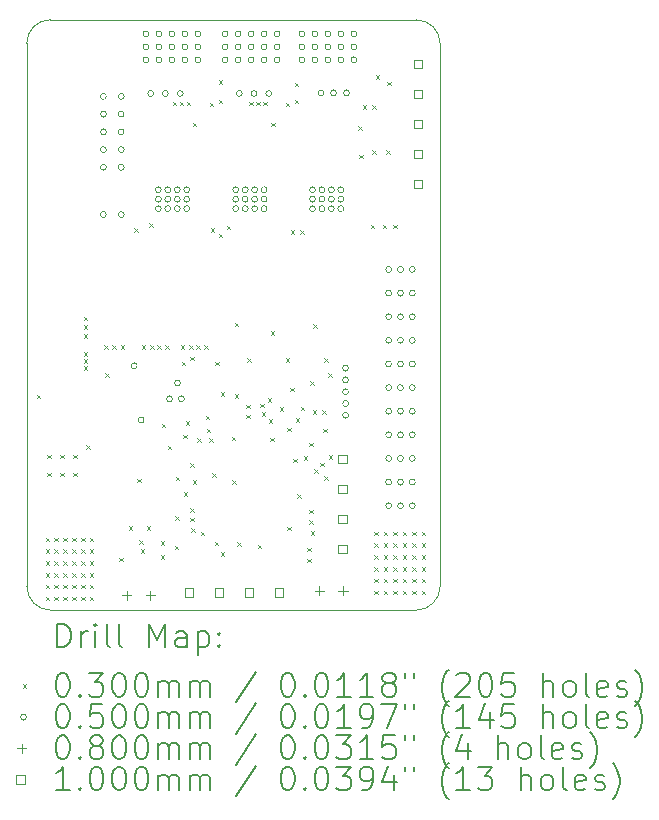
<source format=gbr>
%TF.GenerationSoftware,KiCad,Pcbnew,8.0.4*%
%TF.CreationDate,2024-09-18T18:28:40+10:00*%
%TF.ProjectId,ESC,4553432e-6b69-4636-9164-5f7063625858,rev?*%
%TF.SameCoordinates,Original*%
%TF.FileFunction,Drillmap*%
%TF.FilePolarity,Positive*%
%FSLAX45Y45*%
G04 Gerber Fmt 4.5, Leading zero omitted, Abs format (unit mm)*
G04 Created by KiCad (PCBNEW 8.0.4) date 2024-09-18 18:28:40*
%MOMM*%
%LPD*%
G01*
G04 APERTURE LIST*
%ADD10C,0.050000*%
%ADD11C,0.200000*%
%ADD12C,0.100000*%
G04 APERTURE END LIST*
D10*
X12800000Y-2601421D02*
G75*
G02*
X12999999Y-2801421I0J-199999D01*
G01*
X9701421Y-7598579D02*
G75*
G02*
X9501421Y-7398579I-1J199999D01*
G01*
X9501421Y-7398579D02*
X9500000Y-2800000D01*
X13000000Y-7398579D02*
G75*
G02*
X12800000Y-7598580I-200000J-1D01*
G01*
X12800000Y-7598579D02*
X9701421Y-7598579D01*
X9500000Y-2800000D02*
G75*
G02*
X9700000Y-2600000I200000J0D01*
G01*
X13000000Y-2801421D02*
X13000000Y-7398579D01*
X9700000Y-2600000D02*
X12800000Y-2601421D01*
D11*
D12*
X9585000Y-5775000D02*
X9615000Y-5805000D01*
X9615000Y-5775000D02*
X9585000Y-5805000D01*
X9660000Y-6985000D02*
X9690000Y-7015000D01*
X9690000Y-6985000D02*
X9660000Y-7015000D01*
X9660000Y-7085000D02*
X9690000Y-7115000D01*
X9690000Y-7085000D02*
X9660000Y-7115000D01*
X9660000Y-7185000D02*
X9690000Y-7215000D01*
X9690000Y-7185000D02*
X9660000Y-7215000D01*
X9660000Y-7285000D02*
X9690000Y-7315000D01*
X9690000Y-7285000D02*
X9660000Y-7315000D01*
X9660000Y-7385000D02*
X9690000Y-7415000D01*
X9690000Y-7385000D02*
X9660000Y-7415000D01*
X9660000Y-7485000D02*
X9690000Y-7515000D01*
X9690000Y-7485000D02*
X9660000Y-7515000D01*
X9675000Y-6285000D02*
X9705000Y-6315000D01*
X9705000Y-6285000D02*
X9675000Y-6315000D01*
X9675000Y-6435000D02*
X9705000Y-6465000D01*
X9705000Y-6435000D02*
X9675000Y-6465000D01*
X9735000Y-6985000D02*
X9765000Y-7015000D01*
X9765000Y-6985000D02*
X9735000Y-7015000D01*
X9735000Y-7085000D02*
X9765000Y-7115000D01*
X9765000Y-7085000D02*
X9735000Y-7115000D01*
X9735000Y-7185000D02*
X9765000Y-7215000D01*
X9765000Y-7185000D02*
X9735000Y-7215000D01*
X9735000Y-7285000D02*
X9765000Y-7315000D01*
X9765000Y-7285000D02*
X9735000Y-7315000D01*
X9735000Y-7385000D02*
X9765000Y-7415000D01*
X9765000Y-7385000D02*
X9735000Y-7415000D01*
X9735000Y-7485000D02*
X9765000Y-7515000D01*
X9765000Y-7485000D02*
X9735000Y-7515000D01*
X9785000Y-6285000D02*
X9815000Y-6315000D01*
X9815000Y-6285000D02*
X9785000Y-6315000D01*
X9785000Y-6435000D02*
X9815000Y-6465000D01*
X9815000Y-6435000D02*
X9785000Y-6465000D01*
X9810000Y-6985000D02*
X9840000Y-7015000D01*
X9840000Y-6985000D02*
X9810000Y-7015000D01*
X9810000Y-7085000D02*
X9840000Y-7115000D01*
X9840000Y-7085000D02*
X9810000Y-7115000D01*
X9810000Y-7185000D02*
X9840000Y-7215000D01*
X9840000Y-7185000D02*
X9810000Y-7215000D01*
X9810000Y-7285000D02*
X9840000Y-7315000D01*
X9840000Y-7285000D02*
X9810000Y-7315000D01*
X9810000Y-7385000D02*
X9840000Y-7415000D01*
X9840000Y-7385000D02*
X9810000Y-7415000D01*
X9810000Y-7485000D02*
X9840000Y-7515000D01*
X9840000Y-7485000D02*
X9810000Y-7515000D01*
X9885000Y-6985000D02*
X9915000Y-7015000D01*
X9915000Y-6985000D02*
X9885000Y-7015000D01*
X9885000Y-7085000D02*
X9915000Y-7115000D01*
X9915000Y-7085000D02*
X9885000Y-7115000D01*
X9885000Y-7185000D02*
X9915000Y-7215000D01*
X9915000Y-7185000D02*
X9885000Y-7215000D01*
X9885000Y-7285000D02*
X9915000Y-7315000D01*
X9915000Y-7285000D02*
X9885000Y-7315000D01*
X9885000Y-7385000D02*
X9915000Y-7415000D01*
X9915000Y-7385000D02*
X9885000Y-7415000D01*
X9885000Y-7485000D02*
X9915000Y-7515000D01*
X9915000Y-7485000D02*
X9885000Y-7515000D01*
X9895000Y-6285000D02*
X9925000Y-6315000D01*
X9925000Y-6285000D02*
X9895000Y-6315000D01*
X9895000Y-6435000D02*
X9925000Y-6465000D01*
X9925000Y-6435000D02*
X9895000Y-6465000D01*
X9960000Y-6985000D02*
X9990000Y-7015000D01*
X9990000Y-6985000D02*
X9960000Y-7015000D01*
X9960000Y-7085000D02*
X9990000Y-7115000D01*
X9990000Y-7085000D02*
X9960000Y-7115000D01*
X9960000Y-7185000D02*
X9990000Y-7215000D01*
X9990000Y-7185000D02*
X9960000Y-7215000D01*
X9960000Y-7285000D02*
X9990000Y-7315000D01*
X9990000Y-7285000D02*
X9960000Y-7315000D01*
X9960000Y-7385000D02*
X9990000Y-7415000D01*
X9990000Y-7385000D02*
X9960000Y-7415000D01*
X9960000Y-7485000D02*
X9990000Y-7515000D01*
X9990000Y-7485000D02*
X9960000Y-7515000D01*
X9985000Y-5115000D02*
X10015000Y-5145000D01*
X10015000Y-5115000D02*
X9985000Y-5145000D01*
X9985000Y-5185000D02*
X10015000Y-5215000D01*
X10015000Y-5185000D02*
X9985000Y-5215000D01*
X9985000Y-5265000D02*
X10015000Y-5295000D01*
X10015000Y-5265000D02*
X9985000Y-5295000D01*
X9985000Y-5415000D02*
X10015000Y-5445000D01*
X10015000Y-5415000D02*
X9985000Y-5445000D01*
X9985000Y-5475000D02*
X10015000Y-5505000D01*
X10015000Y-5475000D02*
X9985000Y-5505000D01*
X9985000Y-5535000D02*
X10015000Y-5565000D01*
X10015000Y-5535000D02*
X9985000Y-5565000D01*
X10005000Y-6205000D02*
X10035000Y-6235000D01*
X10035000Y-6205000D02*
X10005000Y-6235000D01*
X10035000Y-6985000D02*
X10065000Y-7015000D01*
X10065000Y-6985000D02*
X10035000Y-7015000D01*
X10035000Y-7085000D02*
X10065000Y-7115000D01*
X10065000Y-7085000D02*
X10035000Y-7115000D01*
X10035000Y-7185000D02*
X10065000Y-7215000D01*
X10065000Y-7185000D02*
X10035000Y-7215000D01*
X10035000Y-7285000D02*
X10065000Y-7315000D01*
X10065000Y-7285000D02*
X10035000Y-7315000D01*
X10035000Y-7385000D02*
X10065000Y-7415000D01*
X10065000Y-7385000D02*
X10035000Y-7415000D01*
X10035000Y-7485000D02*
X10065000Y-7515000D01*
X10065000Y-7485000D02*
X10035000Y-7515000D01*
X10155000Y-5355000D02*
X10185000Y-5385000D01*
X10185000Y-5355000D02*
X10155000Y-5385000D01*
X10165000Y-5595000D02*
X10195000Y-5625000D01*
X10195000Y-5595000D02*
X10165000Y-5625000D01*
X10225000Y-5355000D02*
X10255000Y-5385000D01*
X10255000Y-5355000D02*
X10225000Y-5385000D01*
X10285000Y-7155000D02*
X10315000Y-7185000D01*
X10315000Y-7155000D02*
X10285000Y-7185000D01*
X10295000Y-5355000D02*
X10325000Y-5385000D01*
X10325000Y-5355000D02*
X10295000Y-5385000D01*
X10365000Y-6888000D02*
X10395000Y-6918000D01*
X10395000Y-6888000D02*
X10365000Y-6918000D01*
X10410000Y-4365000D02*
X10440000Y-4395000D01*
X10440000Y-4365000D02*
X10410000Y-4395000D01*
X10435000Y-6485000D02*
X10465000Y-6515000D01*
X10465000Y-6485000D02*
X10435000Y-6515000D01*
X10453686Y-7005804D02*
X10483686Y-7035804D01*
X10483686Y-7005804D02*
X10453686Y-7035804D01*
X10465000Y-7085000D02*
X10495000Y-7115000D01*
X10495000Y-7085000D02*
X10465000Y-7115000D01*
X10475000Y-5355000D02*
X10505000Y-5385000D01*
X10505000Y-5355000D02*
X10475000Y-5385000D01*
X10515000Y-6888000D02*
X10545000Y-6918000D01*
X10545000Y-6888000D02*
X10515000Y-6918000D01*
X10538500Y-4323000D02*
X10568500Y-4353000D01*
X10568500Y-4323000D02*
X10538500Y-4353000D01*
X10545000Y-5355000D02*
X10575000Y-5385000D01*
X10575000Y-5355000D02*
X10545000Y-5385000D01*
X10605000Y-5355000D02*
X10635000Y-5385000D01*
X10635000Y-5355000D02*
X10605000Y-5385000D01*
X10635000Y-7135000D02*
X10665000Y-7165000D01*
X10665000Y-7135000D02*
X10635000Y-7165000D01*
X10636148Y-7013852D02*
X10666148Y-7043852D01*
X10666148Y-7013852D02*
X10636148Y-7043852D01*
X10644794Y-6022680D02*
X10674794Y-6052680D01*
X10674794Y-6022680D02*
X10644794Y-6052680D01*
X10675000Y-5355000D02*
X10705000Y-5385000D01*
X10705000Y-5355000D02*
X10675000Y-5385000D01*
X10695022Y-6206000D02*
X10725022Y-6236000D01*
X10725022Y-6206000D02*
X10695022Y-6236000D01*
X10735000Y-3295000D02*
X10765000Y-3325000D01*
X10765000Y-3295000D02*
X10735000Y-3325000D01*
X10753020Y-7053862D02*
X10783020Y-7083862D01*
X10783020Y-7053862D02*
X10753020Y-7083862D01*
X10757500Y-6805000D02*
X10787500Y-6835000D01*
X10787500Y-6805000D02*
X10757500Y-6835000D01*
X10761465Y-6471464D02*
X10791465Y-6501464D01*
X10791465Y-6471464D02*
X10761465Y-6501464D01*
X10795000Y-3295000D02*
X10825000Y-3325000D01*
X10825000Y-3295000D02*
X10795000Y-3325000D01*
X10805000Y-5355000D02*
X10835000Y-5385000D01*
X10835000Y-5355000D02*
X10805000Y-5385000D01*
X10813000Y-5497000D02*
X10843000Y-5527000D01*
X10843000Y-5497000D02*
X10813000Y-5527000D01*
X10825000Y-6115000D02*
X10855000Y-6145000D01*
X10855000Y-6115000D02*
X10825000Y-6145000D01*
X10831103Y-6601103D02*
X10861103Y-6631103D01*
X10861103Y-6601103D02*
X10831103Y-6631103D01*
X10847891Y-6000000D02*
X10877891Y-6030000D01*
X10877891Y-6000000D02*
X10847891Y-6030000D01*
X10855000Y-3295000D02*
X10885000Y-3325000D01*
X10885000Y-3295000D02*
X10855000Y-3325000D01*
X10875000Y-5355000D02*
X10905000Y-5385000D01*
X10905000Y-5355000D02*
X10875000Y-5385000D01*
X10885000Y-5455000D02*
X10915000Y-5485000D01*
X10915000Y-5455000D02*
X10885000Y-5485000D01*
X10885000Y-6355000D02*
X10915000Y-6385000D01*
X10915000Y-6355000D02*
X10885000Y-6385000D01*
X10885000Y-6735000D02*
X10915000Y-6765000D01*
X10915000Y-6735000D02*
X10885000Y-6765000D01*
X10885000Y-6815000D02*
X10915000Y-6845000D01*
X10915000Y-6815000D02*
X10885000Y-6845000D01*
X10895000Y-6905000D02*
X10925000Y-6935000D01*
X10925000Y-6905000D02*
X10895000Y-6935000D01*
X10905883Y-6497500D02*
X10935883Y-6527500D01*
X10935883Y-6497500D02*
X10905883Y-6527500D01*
X10906734Y-3471000D02*
X10936734Y-3501000D01*
X10936734Y-3471000D02*
X10906734Y-3501000D01*
X10935000Y-5355000D02*
X10965000Y-5385000D01*
X10965000Y-5355000D02*
X10935000Y-5385000D01*
X10945000Y-6145000D02*
X10975000Y-6175000D01*
X10975000Y-6145000D02*
X10945000Y-6175000D01*
X10975000Y-6935000D02*
X11005000Y-6965000D01*
X11005000Y-6935000D02*
X10975000Y-6965000D01*
X11005000Y-5355000D02*
X11035000Y-5385000D01*
X11035000Y-5355000D02*
X11005000Y-5385000D01*
X11015000Y-5955000D02*
X11045000Y-5985000D01*
X11045000Y-5955000D02*
X11015000Y-5985000D01*
X11025000Y-6065000D02*
X11055000Y-6095000D01*
X11055000Y-6065000D02*
X11025000Y-6095000D01*
X11044814Y-6142710D02*
X11074814Y-6172710D01*
X11074814Y-6142710D02*
X11044814Y-6172710D01*
X11050000Y-3305000D02*
X11080000Y-3335000D01*
X11080000Y-3305000D02*
X11050000Y-3335000D01*
X11060000Y-4365000D02*
X11090000Y-4395000D01*
X11090000Y-4365000D02*
X11060000Y-4395000D01*
X11073105Y-6442042D02*
X11103105Y-6472042D01*
X11103105Y-6442042D02*
X11073105Y-6472042D01*
X11090777Y-7021832D02*
X11120777Y-7051832D01*
X11120777Y-7021832D02*
X11090777Y-7051832D01*
X11095000Y-5495000D02*
X11125000Y-5525000D01*
X11125000Y-5495000D02*
X11095000Y-5525000D01*
X11124384Y-4412484D02*
X11154384Y-4442484D01*
X11154384Y-4412484D02*
X11124384Y-4442484D01*
X11125000Y-3115000D02*
X11155000Y-3145000D01*
X11155000Y-3115000D02*
X11125000Y-3145000D01*
X11125003Y-3277168D02*
X11155003Y-3307168D01*
X11155003Y-3277168D02*
X11125003Y-3307168D01*
X11143076Y-5755000D02*
X11173076Y-5785000D01*
X11173076Y-5755000D02*
X11143076Y-5785000D01*
X11145000Y-7110000D02*
X11175000Y-7140000D01*
X11175000Y-7110000D02*
X11145000Y-7140000D01*
X11195000Y-4345000D02*
X11225000Y-4375000D01*
X11225000Y-4345000D02*
X11195000Y-4375000D01*
X11237075Y-6129637D02*
X11267075Y-6159637D01*
X11267075Y-6129637D02*
X11237075Y-6159637D01*
X11242573Y-6500073D02*
X11272573Y-6530073D01*
X11272573Y-6500073D02*
X11242573Y-6530073D01*
X11260000Y-5165000D02*
X11290000Y-5195000D01*
X11290000Y-5165000D02*
X11260000Y-5195000D01*
X11263076Y-5770000D02*
X11293076Y-5800000D01*
X11293076Y-5770000D02*
X11263076Y-5800000D01*
X11285000Y-7025000D02*
X11315000Y-7055000D01*
X11315000Y-7025000D02*
X11285000Y-7055000D01*
X11360564Y-5860170D02*
X11390564Y-5890170D01*
X11390564Y-5860170D02*
X11360564Y-5890170D01*
X11360564Y-5945022D02*
X11390564Y-5975022D01*
X11390564Y-5945022D02*
X11360564Y-5975022D01*
X11369038Y-5467738D02*
X11399038Y-5497738D01*
X11399038Y-5467738D02*
X11369038Y-5497738D01*
X11385000Y-3295000D02*
X11415000Y-3325000D01*
X11415000Y-3295000D02*
X11385000Y-3325000D01*
X11445000Y-3295000D02*
X11475000Y-3325000D01*
X11475000Y-3295000D02*
X11445000Y-3325000D01*
X11457500Y-7045000D02*
X11487500Y-7075000D01*
X11487500Y-7045000D02*
X11457500Y-7075000D01*
X11475564Y-5850352D02*
X11505564Y-5880352D01*
X11505564Y-5850352D02*
X11475564Y-5880352D01*
X11490946Y-5924531D02*
X11520946Y-5954531D01*
X11520946Y-5924531D02*
X11490946Y-5954531D01*
X11505000Y-3295000D02*
X11535000Y-3325000D01*
X11535000Y-3295000D02*
X11505000Y-3325000D01*
X11539770Y-5807000D02*
X11569770Y-5837000D01*
X11569770Y-5807000D02*
X11539770Y-5837000D01*
X11551050Y-5984636D02*
X11581050Y-6014636D01*
X11581050Y-5984636D02*
X11551050Y-6014636D01*
X11561103Y-6138603D02*
X11591103Y-6168603D01*
X11591103Y-6138603D02*
X11561103Y-6168603D01*
X11565710Y-5235711D02*
X11595710Y-5265711D01*
X11595710Y-5235711D02*
X11565710Y-5265711D01*
X11568358Y-3472368D02*
X11598358Y-3502368D01*
X11598358Y-3472368D02*
X11568358Y-3502368D01*
X11643535Y-5883536D02*
X11673535Y-5913536D01*
X11673535Y-5883536D02*
X11643535Y-5913536D01*
X11694602Y-5465398D02*
X11724602Y-5495398D01*
X11724602Y-5465398D02*
X11694602Y-5495398D01*
X11695000Y-3305000D02*
X11725000Y-3335000D01*
X11725000Y-3305000D02*
X11695000Y-3335000D01*
X11705000Y-6895000D02*
X11735000Y-6925000D01*
X11735000Y-6895000D02*
X11705000Y-6925000D01*
X11707901Y-6055000D02*
X11737901Y-6085000D01*
X11737901Y-6055000D02*
X11707901Y-6085000D01*
X11733330Y-5718135D02*
X11763330Y-5748135D01*
X11763330Y-5718135D02*
X11733330Y-5748135D01*
X11734061Y-4385000D02*
X11764061Y-4415000D01*
X11764061Y-4385000D02*
X11734061Y-4415000D01*
X11756191Y-6316444D02*
X11786191Y-6346444D01*
X11786191Y-6316444D02*
X11756191Y-6346444D01*
X11768809Y-3134153D02*
X11798809Y-3164153D01*
X11798809Y-3134153D02*
X11768809Y-3164153D01*
X11770891Y-3279690D02*
X11800891Y-3309690D01*
X11800891Y-3279690D02*
X11770891Y-3309690D01*
X11777500Y-5972319D02*
X11807500Y-6002319D01*
X11807500Y-5972319D02*
X11777500Y-6002319D01*
X11791575Y-6615925D02*
X11821575Y-6645925D01*
X11821575Y-6615925D02*
X11791575Y-6645925D01*
X11814061Y-4385000D02*
X11844061Y-4415000D01*
X11844061Y-4385000D02*
X11814061Y-4415000D01*
X11820500Y-5877156D02*
X11850500Y-5907156D01*
X11850500Y-5877156D02*
X11820500Y-5907156D01*
X11847500Y-6297500D02*
X11877500Y-6327500D01*
X11877500Y-6297500D02*
X11847500Y-6327500D01*
X11875000Y-7072500D02*
X11905000Y-7102500D01*
X11905000Y-7072500D02*
X11875000Y-7102500D01*
X11875000Y-7165000D02*
X11905000Y-7195000D01*
X11905000Y-7165000D02*
X11875000Y-7195000D01*
X11891317Y-6181317D02*
X11921317Y-6211317D01*
X11921317Y-6181317D02*
X11891317Y-6211317D01*
X11891323Y-6836176D02*
X11921323Y-6866176D01*
X11921323Y-6836176D02*
X11891323Y-6866176D01*
X11892500Y-6750000D02*
X11922500Y-6780000D01*
X11922500Y-6750000D02*
X11892500Y-6780000D01*
X11900500Y-5662250D02*
X11930500Y-5692250D01*
X11930500Y-5662250D02*
X11900500Y-5692250D01*
X11904449Y-6929898D02*
X11934449Y-6959898D01*
X11934449Y-6929898D02*
X11904449Y-6959898D01*
X11923335Y-5905010D02*
X11953335Y-5935010D01*
X11953335Y-5905010D02*
X11923335Y-5935010D01*
X11927500Y-5180000D02*
X11957500Y-5210000D01*
X11957500Y-5180000D02*
X11927500Y-5210000D01*
X11935000Y-6407500D02*
X11965000Y-6437500D01*
X11965000Y-6407500D02*
X11935000Y-6437500D01*
X11985585Y-6352127D02*
X12015585Y-6382127D01*
X12015585Y-6352127D02*
X11985585Y-6382127D01*
X12003336Y-5905188D02*
X12033336Y-5935188D01*
X12033336Y-5905188D02*
X12003336Y-5935188D01*
X12011500Y-6065000D02*
X12041500Y-6095000D01*
X12041500Y-6065000D02*
X12011500Y-6095000D01*
X12017500Y-6467500D02*
X12047500Y-6497500D01*
X12047500Y-6467500D02*
X12017500Y-6497500D01*
X12017932Y-5466933D02*
X12047932Y-5496933D01*
X12047932Y-5466933D02*
X12017932Y-5496933D01*
X12055000Y-5592500D02*
X12085000Y-5622500D01*
X12085000Y-5592500D02*
X12055000Y-5622500D01*
X12059290Y-6287500D02*
X12089290Y-6317500D01*
X12089290Y-6287500D02*
X12059290Y-6317500D01*
X12308049Y-3500738D02*
X12338049Y-3530738D01*
X12338049Y-3500738D02*
X12308049Y-3530738D01*
X12315000Y-3745000D02*
X12345000Y-3775000D01*
X12345000Y-3745000D02*
X12315000Y-3775000D01*
X12345000Y-3325000D02*
X12375000Y-3355000D01*
X12375000Y-3325000D02*
X12345000Y-3355000D01*
X12415000Y-4335000D02*
X12445000Y-4365000D01*
X12445000Y-4335000D02*
X12415000Y-4365000D01*
X12425000Y-3705000D02*
X12455000Y-3735000D01*
X12455000Y-3705000D02*
X12425000Y-3735000D01*
X12425000Y-3325000D02*
X12455000Y-3355000D01*
X12455000Y-3325000D02*
X12425000Y-3355000D01*
X12445000Y-6935000D02*
X12475000Y-6965000D01*
X12475000Y-6935000D02*
X12445000Y-6965000D01*
X12445000Y-7035000D02*
X12475000Y-7065000D01*
X12475000Y-7035000D02*
X12445000Y-7065000D01*
X12445000Y-7135000D02*
X12475000Y-7165000D01*
X12475000Y-7135000D02*
X12445000Y-7165000D01*
X12445000Y-7235000D02*
X12475000Y-7265000D01*
X12475000Y-7235000D02*
X12445000Y-7265000D01*
X12445000Y-7335000D02*
X12475000Y-7365000D01*
X12475000Y-7335000D02*
X12445000Y-7365000D01*
X12445000Y-7435000D02*
X12475000Y-7465000D01*
X12475000Y-7435000D02*
X12445000Y-7465000D01*
X12455000Y-3072500D02*
X12485000Y-3102500D01*
X12485000Y-3072500D02*
X12455000Y-3102500D01*
X12515000Y-4335000D02*
X12545000Y-4365000D01*
X12545000Y-4335000D02*
X12515000Y-4365000D01*
X12525000Y-6935000D02*
X12555000Y-6965000D01*
X12555000Y-6935000D02*
X12525000Y-6965000D01*
X12525000Y-7035000D02*
X12555000Y-7065000D01*
X12555000Y-7035000D02*
X12525000Y-7065000D01*
X12525000Y-7135000D02*
X12555000Y-7165000D01*
X12555000Y-7135000D02*
X12525000Y-7165000D01*
X12525000Y-7235000D02*
X12555000Y-7265000D01*
X12555000Y-7235000D02*
X12525000Y-7265000D01*
X12525000Y-7335000D02*
X12555000Y-7365000D01*
X12555000Y-7335000D02*
X12525000Y-7365000D01*
X12525000Y-7435000D02*
X12555000Y-7465000D01*
X12555000Y-7435000D02*
X12525000Y-7465000D01*
X12545000Y-3705000D02*
X12575000Y-3735000D01*
X12575000Y-3705000D02*
X12545000Y-3735000D01*
X12555000Y-3125000D02*
X12585000Y-3155000D01*
X12585000Y-3125000D02*
X12555000Y-3155000D01*
X12605000Y-4335000D02*
X12635000Y-4365000D01*
X12635000Y-4335000D02*
X12605000Y-4365000D01*
X12605000Y-6935000D02*
X12635000Y-6965000D01*
X12635000Y-6935000D02*
X12605000Y-6965000D01*
X12605000Y-7035000D02*
X12635000Y-7065000D01*
X12635000Y-7035000D02*
X12605000Y-7065000D01*
X12605000Y-7135000D02*
X12635000Y-7165000D01*
X12635000Y-7135000D02*
X12605000Y-7165000D01*
X12605000Y-7235000D02*
X12635000Y-7265000D01*
X12635000Y-7235000D02*
X12605000Y-7265000D01*
X12605000Y-7335000D02*
X12635000Y-7365000D01*
X12635000Y-7335000D02*
X12605000Y-7365000D01*
X12605000Y-7435000D02*
X12635000Y-7465000D01*
X12635000Y-7435000D02*
X12605000Y-7465000D01*
X12685000Y-6935000D02*
X12715000Y-6965000D01*
X12715000Y-6935000D02*
X12685000Y-6965000D01*
X12685000Y-7035000D02*
X12715000Y-7065000D01*
X12715000Y-7035000D02*
X12685000Y-7065000D01*
X12685000Y-7135000D02*
X12715000Y-7165000D01*
X12715000Y-7135000D02*
X12685000Y-7165000D01*
X12685000Y-7235000D02*
X12715000Y-7265000D01*
X12715000Y-7235000D02*
X12685000Y-7265000D01*
X12685000Y-7335000D02*
X12715000Y-7365000D01*
X12715000Y-7335000D02*
X12685000Y-7365000D01*
X12685000Y-7435000D02*
X12715000Y-7465000D01*
X12715000Y-7435000D02*
X12685000Y-7465000D01*
X12765000Y-6935000D02*
X12795000Y-6965000D01*
X12795000Y-6935000D02*
X12765000Y-6965000D01*
X12765000Y-7035000D02*
X12795000Y-7065000D01*
X12795000Y-7035000D02*
X12765000Y-7065000D01*
X12765000Y-7135000D02*
X12795000Y-7165000D01*
X12795000Y-7135000D02*
X12765000Y-7165000D01*
X12765000Y-7235000D02*
X12795000Y-7265000D01*
X12795000Y-7235000D02*
X12765000Y-7265000D01*
X12765000Y-7335000D02*
X12795000Y-7365000D01*
X12795000Y-7335000D02*
X12765000Y-7365000D01*
X12765000Y-7435000D02*
X12795000Y-7465000D01*
X12795000Y-7435000D02*
X12765000Y-7465000D01*
X12845000Y-6935000D02*
X12875000Y-6965000D01*
X12875000Y-6935000D02*
X12845000Y-6965000D01*
X12845000Y-7035000D02*
X12875000Y-7065000D01*
X12875000Y-7035000D02*
X12845000Y-7065000D01*
X12845000Y-7135000D02*
X12875000Y-7165000D01*
X12875000Y-7135000D02*
X12845000Y-7165000D01*
X12845000Y-7235000D02*
X12875000Y-7265000D01*
X12875000Y-7235000D02*
X12845000Y-7265000D01*
X12845000Y-7335000D02*
X12875000Y-7365000D01*
X12875000Y-7335000D02*
X12845000Y-7365000D01*
X12845000Y-7435000D02*
X12875000Y-7465000D01*
X12875000Y-7435000D02*
X12845000Y-7465000D01*
X10175000Y-3250000D02*
G75*
G02*
X10125000Y-3250000I-25000J0D01*
G01*
X10125000Y-3250000D02*
G75*
G02*
X10175000Y-3250000I25000J0D01*
G01*
X10175000Y-3400000D02*
G75*
G02*
X10125000Y-3400000I-25000J0D01*
G01*
X10125000Y-3400000D02*
G75*
G02*
X10175000Y-3400000I25000J0D01*
G01*
X10175000Y-3550000D02*
G75*
G02*
X10125000Y-3550000I-25000J0D01*
G01*
X10125000Y-3550000D02*
G75*
G02*
X10175000Y-3550000I25000J0D01*
G01*
X10175000Y-3700000D02*
G75*
G02*
X10125000Y-3700000I-25000J0D01*
G01*
X10125000Y-3700000D02*
G75*
G02*
X10175000Y-3700000I25000J0D01*
G01*
X10175000Y-3850000D02*
G75*
G02*
X10125000Y-3850000I-25000J0D01*
G01*
X10125000Y-3850000D02*
G75*
G02*
X10175000Y-3850000I25000J0D01*
G01*
X10175000Y-4250000D02*
G75*
G02*
X10125000Y-4250000I-25000J0D01*
G01*
X10125000Y-4250000D02*
G75*
G02*
X10175000Y-4250000I25000J0D01*
G01*
X10325000Y-3250000D02*
G75*
G02*
X10275000Y-3250000I-25000J0D01*
G01*
X10275000Y-3250000D02*
G75*
G02*
X10325000Y-3250000I25000J0D01*
G01*
X10325000Y-3400000D02*
G75*
G02*
X10275000Y-3400000I-25000J0D01*
G01*
X10275000Y-3400000D02*
G75*
G02*
X10325000Y-3400000I25000J0D01*
G01*
X10325000Y-3550000D02*
G75*
G02*
X10275000Y-3550000I-25000J0D01*
G01*
X10275000Y-3550000D02*
G75*
G02*
X10325000Y-3550000I25000J0D01*
G01*
X10325000Y-3700000D02*
G75*
G02*
X10275000Y-3700000I-25000J0D01*
G01*
X10275000Y-3700000D02*
G75*
G02*
X10325000Y-3700000I25000J0D01*
G01*
X10325000Y-3850000D02*
G75*
G02*
X10275000Y-3850000I-25000J0D01*
G01*
X10275000Y-3850000D02*
G75*
G02*
X10325000Y-3850000I25000J0D01*
G01*
X10325000Y-4250000D02*
G75*
G02*
X10275000Y-4250000I-25000J0D01*
G01*
X10275000Y-4250000D02*
G75*
G02*
X10325000Y-4250000I25000J0D01*
G01*
X10435000Y-5530000D02*
G75*
G02*
X10385000Y-5530000I-25000J0D01*
G01*
X10385000Y-5530000D02*
G75*
G02*
X10435000Y-5530000I25000J0D01*
G01*
X10495000Y-5990000D02*
G75*
G02*
X10445000Y-5990000I-25000J0D01*
G01*
X10445000Y-5990000D02*
G75*
G02*
X10495000Y-5990000I25000J0D01*
G01*
X10535000Y-2720000D02*
G75*
G02*
X10485000Y-2720000I-25000J0D01*
G01*
X10485000Y-2720000D02*
G75*
G02*
X10535000Y-2720000I25000J0D01*
G01*
X10535000Y-2830000D02*
G75*
G02*
X10485000Y-2830000I-25000J0D01*
G01*
X10485000Y-2830000D02*
G75*
G02*
X10535000Y-2830000I25000J0D01*
G01*
X10535000Y-2940000D02*
G75*
G02*
X10485000Y-2940000I-25000J0D01*
G01*
X10485000Y-2940000D02*
G75*
G02*
X10535000Y-2940000I25000J0D01*
G01*
X10575000Y-3225000D02*
G75*
G02*
X10525000Y-3225000I-25000J0D01*
G01*
X10525000Y-3225000D02*
G75*
G02*
X10575000Y-3225000I25000J0D01*
G01*
X10640000Y-4040000D02*
G75*
G02*
X10590000Y-4040000I-25000J0D01*
G01*
X10590000Y-4040000D02*
G75*
G02*
X10640000Y-4040000I25000J0D01*
G01*
X10640000Y-4120000D02*
G75*
G02*
X10590000Y-4120000I-25000J0D01*
G01*
X10590000Y-4120000D02*
G75*
G02*
X10640000Y-4120000I25000J0D01*
G01*
X10640000Y-4200000D02*
G75*
G02*
X10590000Y-4200000I-25000J0D01*
G01*
X10590000Y-4200000D02*
G75*
G02*
X10640000Y-4200000I25000J0D01*
G01*
X10645000Y-2720000D02*
G75*
G02*
X10595000Y-2720000I-25000J0D01*
G01*
X10595000Y-2720000D02*
G75*
G02*
X10645000Y-2720000I25000J0D01*
G01*
X10645000Y-2830000D02*
G75*
G02*
X10595000Y-2830000I-25000J0D01*
G01*
X10595000Y-2830000D02*
G75*
G02*
X10645000Y-2830000I25000J0D01*
G01*
X10645000Y-2940000D02*
G75*
G02*
X10595000Y-2940000I-25000J0D01*
G01*
X10595000Y-2940000D02*
G75*
G02*
X10645000Y-2940000I25000J0D01*
G01*
X10700000Y-3225000D02*
G75*
G02*
X10650000Y-3225000I-25000J0D01*
G01*
X10650000Y-3225000D02*
G75*
G02*
X10700000Y-3225000I25000J0D01*
G01*
X10720000Y-4040000D02*
G75*
G02*
X10670000Y-4040000I-25000J0D01*
G01*
X10670000Y-4040000D02*
G75*
G02*
X10720000Y-4040000I25000J0D01*
G01*
X10720000Y-4120000D02*
G75*
G02*
X10670000Y-4120000I-25000J0D01*
G01*
X10670000Y-4120000D02*
G75*
G02*
X10720000Y-4120000I25000J0D01*
G01*
X10720000Y-4200000D02*
G75*
G02*
X10670000Y-4200000I-25000J0D01*
G01*
X10670000Y-4200000D02*
G75*
G02*
X10720000Y-4200000I25000J0D01*
G01*
X10735000Y-5810000D02*
G75*
G02*
X10685000Y-5810000I-25000J0D01*
G01*
X10685000Y-5810000D02*
G75*
G02*
X10735000Y-5810000I25000J0D01*
G01*
X10755000Y-2720000D02*
G75*
G02*
X10705000Y-2720000I-25000J0D01*
G01*
X10705000Y-2720000D02*
G75*
G02*
X10755000Y-2720000I25000J0D01*
G01*
X10755000Y-2830000D02*
G75*
G02*
X10705000Y-2830000I-25000J0D01*
G01*
X10705000Y-2830000D02*
G75*
G02*
X10755000Y-2830000I25000J0D01*
G01*
X10755000Y-2940000D02*
G75*
G02*
X10705000Y-2940000I-25000J0D01*
G01*
X10705000Y-2940000D02*
G75*
G02*
X10755000Y-2940000I25000J0D01*
G01*
X10800000Y-4040000D02*
G75*
G02*
X10750000Y-4040000I-25000J0D01*
G01*
X10750000Y-4040000D02*
G75*
G02*
X10800000Y-4040000I25000J0D01*
G01*
X10800000Y-4120000D02*
G75*
G02*
X10750000Y-4120000I-25000J0D01*
G01*
X10750000Y-4120000D02*
G75*
G02*
X10800000Y-4120000I25000J0D01*
G01*
X10800000Y-4200000D02*
G75*
G02*
X10750000Y-4200000I-25000J0D01*
G01*
X10750000Y-4200000D02*
G75*
G02*
X10800000Y-4200000I25000J0D01*
G01*
X10801045Y-5676044D02*
G75*
G02*
X10751045Y-5676044I-25000J0D01*
G01*
X10751045Y-5676044D02*
G75*
G02*
X10801045Y-5676044I25000J0D01*
G01*
X10825000Y-3225000D02*
G75*
G02*
X10775000Y-3225000I-25000J0D01*
G01*
X10775000Y-3225000D02*
G75*
G02*
X10825000Y-3225000I25000J0D01*
G01*
X10835000Y-5810000D02*
G75*
G02*
X10785000Y-5810000I-25000J0D01*
G01*
X10785000Y-5810000D02*
G75*
G02*
X10835000Y-5810000I25000J0D01*
G01*
X10865000Y-2720000D02*
G75*
G02*
X10815000Y-2720000I-25000J0D01*
G01*
X10815000Y-2720000D02*
G75*
G02*
X10865000Y-2720000I25000J0D01*
G01*
X10865000Y-2830000D02*
G75*
G02*
X10815000Y-2830000I-25000J0D01*
G01*
X10815000Y-2830000D02*
G75*
G02*
X10865000Y-2830000I25000J0D01*
G01*
X10865000Y-2940000D02*
G75*
G02*
X10815000Y-2940000I-25000J0D01*
G01*
X10815000Y-2940000D02*
G75*
G02*
X10865000Y-2940000I25000J0D01*
G01*
X10880000Y-4040000D02*
G75*
G02*
X10830000Y-4040000I-25000J0D01*
G01*
X10830000Y-4040000D02*
G75*
G02*
X10880000Y-4040000I25000J0D01*
G01*
X10880000Y-4120000D02*
G75*
G02*
X10830000Y-4120000I-25000J0D01*
G01*
X10830000Y-4120000D02*
G75*
G02*
X10880000Y-4120000I25000J0D01*
G01*
X10880000Y-4200000D02*
G75*
G02*
X10830000Y-4200000I-25000J0D01*
G01*
X10830000Y-4200000D02*
G75*
G02*
X10880000Y-4200000I25000J0D01*
G01*
X10975000Y-2720000D02*
G75*
G02*
X10925000Y-2720000I-25000J0D01*
G01*
X10925000Y-2720000D02*
G75*
G02*
X10975000Y-2720000I25000J0D01*
G01*
X10975000Y-2830000D02*
G75*
G02*
X10925000Y-2830000I-25000J0D01*
G01*
X10925000Y-2830000D02*
G75*
G02*
X10975000Y-2830000I25000J0D01*
G01*
X10975000Y-2940000D02*
G75*
G02*
X10925000Y-2940000I-25000J0D01*
G01*
X10925000Y-2940000D02*
G75*
G02*
X10975000Y-2940000I25000J0D01*
G01*
X11205000Y-2720000D02*
G75*
G02*
X11155000Y-2720000I-25000J0D01*
G01*
X11155000Y-2720000D02*
G75*
G02*
X11205000Y-2720000I25000J0D01*
G01*
X11205000Y-2830000D02*
G75*
G02*
X11155000Y-2830000I-25000J0D01*
G01*
X11155000Y-2830000D02*
G75*
G02*
X11205000Y-2830000I25000J0D01*
G01*
X11205000Y-2940000D02*
G75*
G02*
X11155000Y-2940000I-25000J0D01*
G01*
X11155000Y-2940000D02*
G75*
G02*
X11205000Y-2940000I25000J0D01*
G01*
X11295000Y-4040000D02*
G75*
G02*
X11245000Y-4040000I-25000J0D01*
G01*
X11245000Y-4040000D02*
G75*
G02*
X11295000Y-4040000I25000J0D01*
G01*
X11295000Y-4120000D02*
G75*
G02*
X11245000Y-4120000I-25000J0D01*
G01*
X11245000Y-4120000D02*
G75*
G02*
X11295000Y-4120000I25000J0D01*
G01*
X11295000Y-4200000D02*
G75*
G02*
X11245000Y-4200000I-25000J0D01*
G01*
X11245000Y-4200000D02*
G75*
G02*
X11295000Y-4200000I25000J0D01*
G01*
X11315000Y-2720000D02*
G75*
G02*
X11265000Y-2720000I-25000J0D01*
G01*
X11265000Y-2720000D02*
G75*
G02*
X11315000Y-2720000I25000J0D01*
G01*
X11315000Y-2830000D02*
G75*
G02*
X11265000Y-2830000I-25000J0D01*
G01*
X11265000Y-2830000D02*
G75*
G02*
X11315000Y-2830000I25000J0D01*
G01*
X11315000Y-2940000D02*
G75*
G02*
X11265000Y-2940000I-25000J0D01*
G01*
X11265000Y-2940000D02*
G75*
G02*
X11315000Y-2940000I25000J0D01*
G01*
X11325000Y-3225000D02*
G75*
G02*
X11275000Y-3225000I-25000J0D01*
G01*
X11275000Y-3225000D02*
G75*
G02*
X11325000Y-3225000I25000J0D01*
G01*
X11375000Y-4040000D02*
G75*
G02*
X11325000Y-4040000I-25000J0D01*
G01*
X11325000Y-4040000D02*
G75*
G02*
X11375000Y-4040000I25000J0D01*
G01*
X11375000Y-4120000D02*
G75*
G02*
X11325000Y-4120000I-25000J0D01*
G01*
X11325000Y-4120000D02*
G75*
G02*
X11375000Y-4120000I25000J0D01*
G01*
X11375000Y-4200000D02*
G75*
G02*
X11325000Y-4200000I-25000J0D01*
G01*
X11325000Y-4200000D02*
G75*
G02*
X11375000Y-4200000I25000J0D01*
G01*
X11425000Y-2720000D02*
G75*
G02*
X11375000Y-2720000I-25000J0D01*
G01*
X11375000Y-2720000D02*
G75*
G02*
X11425000Y-2720000I25000J0D01*
G01*
X11425000Y-2830000D02*
G75*
G02*
X11375000Y-2830000I-25000J0D01*
G01*
X11375000Y-2830000D02*
G75*
G02*
X11425000Y-2830000I25000J0D01*
G01*
X11425000Y-2940000D02*
G75*
G02*
X11375000Y-2940000I-25000J0D01*
G01*
X11375000Y-2940000D02*
G75*
G02*
X11425000Y-2940000I25000J0D01*
G01*
X11450000Y-3225000D02*
G75*
G02*
X11400000Y-3225000I-25000J0D01*
G01*
X11400000Y-3225000D02*
G75*
G02*
X11450000Y-3225000I25000J0D01*
G01*
X11455000Y-4040000D02*
G75*
G02*
X11405000Y-4040000I-25000J0D01*
G01*
X11405000Y-4040000D02*
G75*
G02*
X11455000Y-4040000I25000J0D01*
G01*
X11455000Y-4120000D02*
G75*
G02*
X11405000Y-4120000I-25000J0D01*
G01*
X11405000Y-4120000D02*
G75*
G02*
X11455000Y-4120000I25000J0D01*
G01*
X11455000Y-4200000D02*
G75*
G02*
X11405000Y-4200000I-25000J0D01*
G01*
X11405000Y-4200000D02*
G75*
G02*
X11455000Y-4200000I25000J0D01*
G01*
X11535000Y-2720000D02*
G75*
G02*
X11485000Y-2720000I-25000J0D01*
G01*
X11485000Y-2720000D02*
G75*
G02*
X11535000Y-2720000I25000J0D01*
G01*
X11535000Y-2830000D02*
G75*
G02*
X11485000Y-2830000I-25000J0D01*
G01*
X11485000Y-2830000D02*
G75*
G02*
X11535000Y-2830000I25000J0D01*
G01*
X11535000Y-2940000D02*
G75*
G02*
X11485000Y-2940000I-25000J0D01*
G01*
X11485000Y-2940000D02*
G75*
G02*
X11535000Y-2940000I25000J0D01*
G01*
X11535000Y-4040000D02*
G75*
G02*
X11485000Y-4040000I-25000J0D01*
G01*
X11485000Y-4040000D02*
G75*
G02*
X11535000Y-4040000I25000J0D01*
G01*
X11535000Y-4120000D02*
G75*
G02*
X11485000Y-4120000I-25000J0D01*
G01*
X11485000Y-4120000D02*
G75*
G02*
X11535000Y-4120000I25000J0D01*
G01*
X11535000Y-4200000D02*
G75*
G02*
X11485000Y-4200000I-25000J0D01*
G01*
X11485000Y-4200000D02*
G75*
G02*
X11535000Y-4200000I25000J0D01*
G01*
X11575000Y-3225000D02*
G75*
G02*
X11525000Y-3225000I-25000J0D01*
G01*
X11525000Y-3225000D02*
G75*
G02*
X11575000Y-3225000I25000J0D01*
G01*
X11645000Y-2720000D02*
G75*
G02*
X11595000Y-2720000I-25000J0D01*
G01*
X11595000Y-2720000D02*
G75*
G02*
X11645000Y-2720000I25000J0D01*
G01*
X11645000Y-2830000D02*
G75*
G02*
X11595000Y-2830000I-25000J0D01*
G01*
X11595000Y-2830000D02*
G75*
G02*
X11645000Y-2830000I25000J0D01*
G01*
X11645000Y-2940000D02*
G75*
G02*
X11595000Y-2940000I-25000J0D01*
G01*
X11595000Y-2940000D02*
G75*
G02*
X11645000Y-2940000I25000J0D01*
G01*
X11855000Y-2720000D02*
G75*
G02*
X11805000Y-2720000I-25000J0D01*
G01*
X11805000Y-2720000D02*
G75*
G02*
X11855000Y-2720000I25000J0D01*
G01*
X11855000Y-2830000D02*
G75*
G02*
X11805000Y-2830000I-25000J0D01*
G01*
X11805000Y-2830000D02*
G75*
G02*
X11855000Y-2830000I25000J0D01*
G01*
X11855000Y-2940000D02*
G75*
G02*
X11805000Y-2940000I-25000J0D01*
G01*
X11805000Y-2940000D02*
G75*
G02*
X11855000Y-2940000I25000J0D01*
G01*
X11945000Y-4040000D02*
G75*
G02*
X11895000Y-4040000I-25000J0D01*
G01*
X11895000Y-4040000D02*
G75*
G02*
X11945000Y-4040000I25000J0D01*
G01*
X11945000Y-4120000D02*
G75*
G02*
X11895000Y-4120000I-25000J0D01*
G01*
X11895000Y-4120000D02*
G75*
G02*
X11945000Y-4120000I25000J0D01*
G01*
X11945000Y-4200000D02*
G75*
G02*
X11895000Y-4200000I-25000J0D01*
G01*
X11895000Y-4200000D02*
G75*
G02*
X11945000Y-4200000I25000J0D01*
G01*
X11965000Y-2720000D02*
G75*
G02*
X11915000Y-2720000I-25000J0D01*
G01*
X11915000Y-2720000D02*
G75*
G02*
X11965000Y-2720000I25000J0D01*
G01*
X11965000Y-2830000D02*
G75*
G02*
X11915000Y-2830000I-25000J0D01*
G01*
X11915000Y-2830000D02*
G75*
G02*
X11965000Y-2830000I25000J0D01*
G01*
X11965000Y-2940000D02*
G75*
G02*
X11915000Y-2940000I-25000J0D01*
G01*
X11915000Y-2940000D02*
G75*
G02*
X11965000Y-2940000I25000J0D01*
G01*
X12017500Y-3220000D02*
G75*
G02*
X11967500Y-3220000I-25000J0D01*
G01*
X11967500Y-3220000D02*
G75*
G02*
X12017500Y-3220000I25000J0D01*
G01*
X12025000Y-4040000D02*
G75*
G02*
X11975000Y-4040000I-25000J0D01*
G01*
X11975000Y-4040000D02*
G75*
G02*
X12025000Y-4040000I25000J0D01*
G01*
X12025000Y-4120000D02*
G75*
G02*
X11975000Y-4120000I-25000J0D01*
G01*
X11975000Y-4120000D02*
G75*
G02*
X12025000Y-4120000I25000J0D01*
G01*
X12025000Y-4200000D02*
G75*
G02*
X11975000Y-4200000I-25000J0D01*
G01*
X11975000Y-4200000D02*
G75*
G02*
X12025000Y-4200000I25000J0D01*
G01*
X12075000Y-2720000D02*
G75*
G02*
X12025000Y-2720000I-25000J0D01*
G01*
X12025000Y-2720000D02*
G75*
G02*
X12075000Y-2720000I25000J0D01*
G01*
X12075000Y-2830000D02*
G75*
G02*
X12025000Y-2830000I-25000J0D01*
G01*
X12025000Y-2830000D02*
G75*
G02*
X12075000Y-2830000I25000J0D01*
G01*
X12075000Y-2940000D02*
G75*
G02*
X12025000Y-2940000I-25000J0D01*
G01*
X12025000Y-2940000D02*
G75*
G02*
X12075000Y-2940000I25000J0D01*
G01*
X12105000Y-4040000D02*
G75*
G02*
X12055000Y-4040000I-25000J0D01*
G01*
X12055000Y-4040000D02*
G75*
G02*
X12105000Y-4040000I25000J0D01*
G01*
X12105000Y-4120000D02*
G75*
G02*
X12055000Y-4120000I-25000J0D01*
G01*
X12055000Y-4120000D02*
G75*
G02*
X12105000Y-4120000I25000J0D01*
G01*
X12105000Y-4200000D02*
G75*
G02*
X12055000Y-4200000I-25000J0D01*
G01*
X12055000Y-4200000D02*
G75*
G02*
X12105000Y-4200000I25000J0D01*
G01*
X12122500Y-3220000D02*
G75*
G02*
X12072500Y-3220000I-25000J0D01*
G01*
X12072500Y-3220000D02*
G75*
G02*
X12122500Y-3220000I25000J0D01*
G01*
X12185000Y-2720000D02*
G75*
G02*
X12135000Y-2720000I-25000J0D01*
G01*
X12135000Y-2720000D02*
G75*
G02*
X12185000Y-2720000I25000J0D01*
G01*
X12185000Y-2830000D02*
G75*
G02*
X12135000Y-2830000I-25000J0D01*
G01*
X12135000Y-2830000D02*
G75*
G02*
X12185000Y-2830000I25000J0D01*
G01*
X12185000Y-2940000D02*
G75*
G02*
X12135000Y-2940000I-25000J0D01*
G01*
X12135000Y-2940000D02*
G75*
G02*
X12185000Y-2940000I25000J0D01*
G01*
X12185000Y-4040000D02*
G75*
G02*
X12135000Y-4040000I-25000J0D01*
G01*
X12135000Y-4040000D02*
G75*
G02*
X12185000Y-4040000I25000J0D01*
G01*
X12185000Y-4120000D02*
G75*
G02*
X12135000Y-4120000I-25000J0D01*
G01*
X12135000Y-4120000D02*
G75*
G02*
X12185000Y-4120000I25000J0D01*
G01*
X12185000Y-4200000D02*
G75*
G02*
X12135000Y-4200000I-25000J0D01*
G01*
X12135000Y-4200000D02*
G75*
G02*
X12185000Y-4200000I25000J0D01*
G01*
X12225000Y-5550000D02*
G75*
G02*
X12175000Y-5550000I-25000J0D01*
G01*
X12175000Y-5550000D02*
G75*
G02*
X12225000Y-5550000I25000J0D01*
G01*
X12225000Y-5650000D02*
G75*
G02*
X12175000Y-5650000I-25000J0D01*
G01*
X12175000Y-5650000D02*
G75*
G02*
X12225000Y-5650000I25000J0D01*
G01*
X12225000Y-5750000D02*
G75*
G02*
X12175000Y-5750000I-25000J0D01*
G01*
X12175000Y-5750000D02*
G75*
G02*
X12225000Y-5750000I25000J0D01*
G01*
X12225000Y-5850000D02*
G75*
G02*
X12175000Y-5850000I-25000J0D01*
G01*
X12175000Y-5850000D02*
G75*
G02*
X12225000Y-5850000I25000J0D01*
G01*
X12225000Y-5950000D02*
G75*
G02*
X12175000Y-5950000I-25000J0D01*
G01*
X12175000Y-5950000D02*
G75*
G02*
X12225000Y-5950000I25000J0D01*
G01*
X12232500Y-3220000D02*
G75*
G02*
X12182500Y-3220000I-25000J0D01*
G01*
X12182500Y-3220000D02*
G75*
G02*
X12232500Y-3220000I25000J0D01*
G01*
X12295000Y-2720000D02*
G75*
G02*
X12245000Y-2720000I-25000J0D01*
G01*
X12245000Y-2720000D02*
G75*
G02*
X12295000Y-2720000I25000J0D01*
G01*
X12295000Y-2830000D02*
G75*
G02*
X12245000Y-2830000I-25000J0D01*
G01*
X12245000Y-2830000D02*
G75*
G02*
X12295000Y-2830000I25000J0D01*
G01*
X12295000Y-2940000D02*
G75*
G02*
X12245000Y-2940000I-25000J0D01*
G01*
X12245000Y-2940000D02*
G75*
G02*
X12295000Y-2940000I25000J0D01*
G01*
X12590000Y-4715000D02*
G75*
G02*
X12540000Y-4715000I-25000J0D01*
G01*
X12540000Y-4715000D02*
G75*
G02*
X12590000Y-4715000I25000J0D01*
G01*
X12590000Y-4915000D02*
G75*
G02*
X12540000Y-4915000I-25000J0D01*
G01*
X12540000Y-4915000D02*
G75*
G02*
X12590000Y-4915000I25000J0D01*
G01*
X12590000Y-5115000D02*
G75*
G02*
X12540000Y-5115000I-25000J0D01*
G01*
X12540000Y-5115000D02*
G75*
G02*
X12590000Y-5115000I25000J0D01*
G01*
X12590000Y-5315000D02*
G75*
G02*
X12540000Y-5315000I-25000J0D01*
G01*
X12540000Y-5315000D02*
G75*
G02*
X12590000Y-5315000I25000J0D01*
G01*
X12590000Y-5515000D02*
G75*
G02*
X12540000Y-5515000I-25000J0D01*
G01*
X12540000Y-5515000D02*
G75*
G02*
X12590000Y-5515000I25000J0D01*
G01*
X12590000Y-5715000D02*
G75*
G02*
X12540000Y-5715000I-25000J0D01*
G01*
X12540000Y-5715000D02*
G75*
G02*
X12590000Y-5715000I25000J0D01*
G01*
X12590000Y-5915000D02*
G75*
G02*
X12540000Y-5915000I-25000J0D01*
G01*
X12540000Y-5915000D02*
G75*
G02*
X12590000Y-5915000I25000J0D01*
G01*
X12590000Y-6115000D02*
G75*
G02*
X12540000Y-6115000I-25000J0D01*
G01*
X12540000Y-6115000D02*
G75*
G02*
X12590000Y-6115000I25000J0D01*
G01*
X12590000Y-6315000D02*
G75*
G02*
X12540000Y-6315000I-25000J0D01*
G01*
X12540000Y-6315000D02*
G75*
G02*
X12590000Y-6315000I25000J0D01*
G01*
X12590000Y-6515000D02*
G75*
G02*
X12540000Y-6515000I-25000J0D01*
G01*
X12540000Y-6515000D02*
G75*
G02*
X12590000Y-6515000I25000J0D01*
G01*
X12590000Y-6715000D02*
G75*
G02*
X12540000Y-6715000I-25000J0D01*
G01*
X12540000Y-6715000D02*
G75*
G02*
X12590000Y-6715000I25000J0D01*
G01*
X12690000Y-4715000D02*
G75*
G02*
X12640000Y-4715000I-25000J0D01*
G01*
X12640000Y-4715000D02*
G75*
G02*
X12690000Y-4715000I25000J0D01*
G01*
X12690000Y-4915000D02*
G75*
G02*
X12640000Y-4915000I-25000J0D01*
G01*
X12640000Y-4915000D02*
G75*
G02*
X12690000Y-4915000I25000J0D01*
G01*
X12690000Y-5115000D02*
G75*
G02*
X12640000Y-5115000I-25000J0D01*
G01*
X12640000Y-5115000D02*
G75*
G02*
X12690000Y-5115000I25000J0D01*
G01*
X12690000Y-5315000D02*
G75*
G02*
X12640000Y-5315000I-25000J0D01*
G01*
X12640000Y-5315000D02*
G75*
G02*
X12690000Y-5315000I25000J0D01*
G01*
X12690000Y-5515000D02*
G75*
G02*
X12640000Y-5515000I-25000J0D01*
G01*
X12640000Y-5515000D02*
G75*
G02*
X12690000Y-5515000I25000J0D01*
G01*
X12690000Y-5715000D02*
G75*
G02*
X12640000Y-5715000I-25000J0D01*
G01*
X12640000Y-5715000D02*
G75*
G02*
X12690000Y-5715000I25000J0D01*
G01*
X12690000Y-5915000D02*
G75*
G02*
X12640000Y-5915000I-25000J0D01*
G01*
X12640000Y-5915000D02*
G75*
G02*
X12690000Y-5915000I25000J0D01*
G01*
X12690000Y-6115000D02*
G75*
G02*
X12640000Y-6115000I-25000J0D01*
G01*
X12640000Y-6115000D02*
G75*
G02*
X12690000Y-6115000I25000J0D01*
G01*
X12690000Y-6315000D02*
G75*
G02*
X12640000Y-6315000I-25000J0D01*
G01*
X12640000Y-6315000D02*
G75*
G02*
X12690000Y-6315000I25000J0D01*
G01*
X12690000Y-6515000D02*
G75*
G02*
X12640000Y-6515000I-25000J0D01*
G01*
X12640000Y-6515000D02*
G75*
G02*
X12690000Y-6515000I25000J0D01*
G01*
X12690000Y-6715000D02*
G75*
G02*
X12640000Y-6715000I-25000J0D01*
G01*
X12640000Y-6715000D02*
G75*
G02*
X12690000Y-6715000I25000J0D01*
G01*
X12790000Y-4715000D02*
G75*
G02*
X12740000Y-4715000I-25000J0D01*
G01*
X12740000Y-4715000D02*
G75*
G02*
X12790000Y-4715000I25000J0D01*
G01*
X12790000Y-4915000D02*
G75*
G02*
X12740000Y-4915000I-25000J0D01*
G01*
X12740000Y-4915000D02*
G75*
G02*
X12790000Y-4915000I25000J0D01*
G01*
X12790000Y-5115000D02*
G75*
G02*
X12740000Y-5115000I-25000J0D01*
G01*
X12740000Y-5115000D02*
G75*
G02*
X12790000Y-5115000I25000J0D01*
G01*
X12790000Y-5315000D02*
G75*
G02*
X12740000Y-5315000I-25000J0D01*
G01*
X12740000Y-5315000D02*
G75*
G02*
X12790000Y-5315000I25000J0D01*
G01*
X12790000Y-5515000D02*
G75*
G02*
X12740000Y-5515000I-25000J0D01*
G01*
X12740000Y-5515000D02*
G75*
G02*
X12790000Y-5515000I25000J0D01*
G01*
X12790000Y-5715000D02*
G75*
G02*
X12740000Y-5715000I-25000J0D01*
G01*
X12740000Y-5715000D02*
G75*
G02*
X12790000Y-5715000I25000J0D01*
G01*
X12790000Y-5915000D02*
G75*
G02*
X12740000Y-5915000I-25000J0D01*
G01*
X12740000Y-5915000D02*
G75*
G02*
X12790000Y-5915000I25000J0D01*
G01*
X12790000Y-6115000D02*
G75*
G02*
X12740000Y-6115000I-25000J0D01*
G01*
X12740000Y-6115000D02*
G75*
G02*
X12790000Y-6115000I25000J0D01*
G01*
X12790000Y-6315000D02*
G75*
G02*
X12740000Y-6315000I-25000J0D01*
G01*
X12740000Y-6315000D02*
G75*
G02*
X12790000Y-6315000I25000J0D01*
G01*
X12790000Y-6515000D02*
G75*
G02*
X12740000Y-6515000I-25000J0D01*
G01*
X12740000Y-6515000D02*
G75*
G02*
X12790000Y-6515000I25000J0D01*
G01*
X12790000Y-6715000D02*
G75*
G02*
X12740000Y-6715000I-25000J0D01*
G01*
X12740000Y-6715000D02*
G75*
G02*
X12790000Y-6715000I25000J0D01*
G01*
X10347500Y-7435000D02*
X10347500Y-7515000D01*
X10307500Y-7475000D02*
X10387500Y-7475000D01*
X10547500Y-7435000D02*
X10547500Y-7515000D01*
X10507500Y-7475000D02*
X10587500Y-7475000D01*
X11977500Y-7395000D02*
X11977500Y-7475000D01*
X11937500Y-7435000D02*
X12017500Y-7435000D01*
X12177500Y-7395000D02*
X12177500Y-7475000D01*
X12137500Y-7435000D02*
X12217500Y-7435000D01*
X10912356Y-7485356D02*
X10912356Y-7414644D01*
X10841644Y-7414644D01*
X10841644Y-7485356D01*
X10912356Y-7485356D01*
X11166356Y-7485356D02*
X11166356Y-7414644D01*
X11095644Y-7414644D01*
X11095644Y-7485356D01*
X11166356Y-7485356D01*
X11420356Y-7485356D02*
X11420356Y-7414644D01*
X11349644Y-7414644D01*
X11349644Y-7485356D01*
X11420356Y-7485356D01*
X11674356Y-7485356D02*
X11674356Y-7414644D01*
X11603644Y-7414644D01*
X11603644Y-7485356D01*
X11674356Y-7485356D01*
X12210356Y-6352356D02*
X12210356Y-6281644D01*
X12139644Y-6281644D01*
X12139644Y-6352356D01*
X12210356Y-6352356D01*
X12210356Y-6606356D02*
X12210356Y-6535644D01*
X12139644Y-6535644D01*
X12139644Y-6606356D01*
X12210356Y-6606356D01*
X12210356Y-6860356D02*
X12210356Y-6789644D01*
X12139644Y-6789644D01*
X12139644Y-6860356D01*
X12210356Y-6860356D01*
X12210356Y-7114356D02*
X12210356Y-7043644D01*
X12139644Y-7043644D01*
X12139644Y-7114356D01*
X12210356Y-7114356D01*
X12847856Y-3009356D02*
X12847856Y-2938644D01*
X12777144Y-2938644D01*
X12777144Y-3009356D01*
X12847856Y-3009356D01*
X12847856Y-3263356D02*
X12847856Y-3192644D01*
X12777144Y-3192644D01*
X12777144Y-3263356D01*
X12847856Y-3263356D01*
X12847856Y-3517356D02*
X12847856Y-3446644D01*
X12777144Y-3446644D01*
X12777144Y-3517356D01*
X12847856Y-3517356D01*
X12847856Y-3771356D02*
X12847856Y-3700644D01*
X12777144Y-3700644D01*
X12777144Y-3771356D01*
X12847856Y-3771356D01*
X12847856Y-4025356D02*
X12847856Y-3954644D01*
X12777144Y-3954644D01*
X12777144Y-4025356D01*
X12847856Y-4025356D01*
D11*
X9758277Y-7912562D02*
X9758277Y-7712562D01*
X9758277Y-7712562D02*
X9805896Y-7712562D01*
X9805896Y-7712562D02*
X9834467Y-7722086D01*
X9834467Y-7722086D02*
X9853515Y-7741134D01*
X9853515Y-7741134D02*
X9863039Y-7760181D01*
X9863039Y-7760181D02*
X9872563Y-7798277D01*
X9872563Y-7798277D02*
X9872563Y-7826848D01*
X9872563Y-7826848D02*
X9863039Y-7864943D01*
X9863039Y-7864943D02*
X9853515Y-7883991D01*
X9853515Y-7883991D02*
X9834467Y-7903039D01*
X9834467Y-7903039D02*
X9805896Y-7912562D01*
X9805896Y-7912562D02*
X9758277Y-7912562D01*
X9958277Y-7912562D02*
X9958277Y-7779229D01*
X9958277Y-7817324D02*
X9967801Y-7798277D01*
X9967801Y-7798277D02*
X9977324Y-7788753D01*
X9977324Y-7788753D02*
X9996372Y-7779229D01*
X9996372Y-7779229D02*
X10015420Y-7779229D01*
X10082086Y-7912562D02*
X10082086Y-7779229D01*
X10082086Y-7712562D02*
X10072563Y-7722086D01*
X10072563Y-7722086D02*
X10082086Y-7731610D01*
X10082086Y-7731610D02*
X10091610Y-7722086D01*
X10091610Y-7722086D02*
X10082086Y-7712562D01*
X10082086Y-7712562D02*
X10082086Y-7731610D01*
X10205896Y-7912562D02*
X10186848Y-7903039D01*
X10186848Y-7903039D02*
X10177324Y-7883991D01*
X10177324Y-7883991D02*
X10177324Y-7712562D01*
X10310658Y-7912562D02*
X10291610Y-7903039D01*
X10291610Y-7903039D02*
X10282086Y-7883991D01*
X10282086Y-7883991D02*
X10282086Y-7712562D01*
X10539229Y-7912562D02*
X10539229Y-7712562D01*
X10539229Y-7712562D02*
X10605896Y-7855419D01*
X10605896Y-7855419D02*
X10672563Y-7712562D01*
X10672563Y-7712562D02*
X10672563Y-7912562D01*
X10853515Y-7912562D02*
X10853515Y-7807800D01*
X10853515Y-7807800D02*
X10843991Y-7788753D01*
X10843991Y-7788753D02*
X10824944Y-7779229D01*
X10824944Y-7779229D02*
X10786848Y-7779229D01*
X10786848Y-7779229D02*
X10767801Y-7788753D01*
X10853515Y-7903039D02*
X10834467Y-7912562D01*
X10834467Y-7912562D02*
X10786848Y-7912562D01*
X10786848Y-7912562D02*
X10767801Y-7903039D01*
X10767801Y-7903039D02*
X10758277Y-7883991D01*
X10758277Y-7883991D02*
X10758277Y-7864943D01*
X10758277Y-7864943D02*
X10767801Y-7845896D01*
X10767801Y-7845896D02*
X10786848Y-7836372D01*
X10786848Y-7836372D02*
X10834467Y-7836372D01*
X10834467Y-7836372D02*
X10853515Y-7826848D01*
X10948753Y-7779229D02*
X10948753Y-7979229D01*
X10948753Y-7788753D02*
X10967801Y-7779229D01*
X10967801Y-7779229D02*
X11005896Y-7779229D01*
X11005896Y-7779229D02*
X11024944Y-7788753D01*
X11024944Y-7788753D02*
X11034467Y-7798277D01*
X11034467Y-7798277D02*
X11043991Y-7817324D01*
X11043991Y-7817324D02*
X11043991Y-7874467D01*
X11043991Y-7874467D02*
X11034467Y-7893515D01*
X11034467Y-7893515D02*
X11024944Y-7903039D01*
X11024944Y-7903039D02*
X11005896Y-7912562D01*
X11005896Y-7912562D02*
X10967801Y-7912562D01*
X10967801Y-7912562D02*
X10948753Y-7903039D01*
X11129705Y-7893515D02*
X11139229Y-7903039D01*
X11139229Y-7903039D02*
X11129705Y-7912562D01*
X11129705Y-7912562D02*
X11120182Y-7903039D01*
X11120182Y-7903039D02*
X11129705Y-7893515D01*
X11129705Y-7893515D02*
X11129705Y-7912562D01*
X11129705Y-7788753D02*
X11139229Y-7798277D01*
X11139229Y-7798277D02*
X11129705Y-7807800D01*
X11129705Y-7807800D02*
X11120182Y-7798277D01*
X11120182Y-7798277D02*
X11129705Y-7788753D01*
X11129705Y-7788753D02*
X11129705Y-7807800D01*
D12*
X9467500Y-8226079D02*
X9497500Y-8256079D01*
X9497500Y-8226079D02*
X9467500Y-8256079D01*
D11*
X9796372Y-8132562D02*
X9815420Y-8132562D01*
X9815420Y-8132562D02*
X9834467Y-8142086D01*
X9834467Y-8142086D02*
X9843991Y-8151610D01*
X9843991Y-8151610D02*
X9853515Y-8170658D01*
X9853515Y-8170658D02*
X9863039Y-8208753D01*
X9863039Y-8208753D02*
X9863039Y-8256372D01*
X9863039Y-8256372D02*
X9853515Y-8294467D01*
X9853515Y-8294467D02*
X9843991Y-8313515D01*
X9843991Y-8313515D02*
X9834467Y-8323039D01*
X9834467Y-8323039D02*
X9815420Y-8332562D01*
X9815420Y-8332562D02*
X9796372Y-8332562D01*
X9796372Y-8332562D02*
X9777324Y-8323039D01*
X9777324Y-8323039D02*
X9767801Y-8313515D01*
X9767801Y-8313515D02*
X9758277Y-8294467D01*
X9758277Y-8294467D02*
X9748753Y-8256372D01*
X9748753Y-8256372D02*
X9748753Y-8208753D01*
X9748753Y-8208753D02*
X9758277Y-8170658D01*
X9758277Y-8170658D02*
X9767801Y-8151610D01*
X9767801Y-8151610D02*
X9777324Y-8142086D01*
X9777324Y-8142086D02*
X9796372Y-8132562D01*
X9948753Y-8313515D02*
X9958277Y-8323039D01*
X9958277Y-8323039D02*
X9948753Y-8332562D01*
X9948753Y-8332562D02*
X9939229Y-8323039D01*
X9939229Y-8323039D02*
X9948753Y-8313515D01*
X9948753Y-8313515D02*
X9948753Y-8332562D01*
X10024944Y-8132562D02*
X10148753Y-8132562D01*
X10148753Y-8132562D02*
X10082086Y-8208753D01*
X10082086Y-8208753D02*
X10110658Y-8208753D01*
X10110658Y-8208753D02*
X10129705Y-8218277D01*
X10129705Y-8218277D02*
X10139229Y-8227800D01*
X10139229Y-8227800D02*
X10148753Y-8246848D01*
X10148753Y-8246848D02*
X10148753Y-8294467D01*
X10148753Y-8294467D02*
X10139229Y-8313515D01*
X10139229Y-8313515D02*
X10129705Y-8323039D01*
X10129705Y-8323039D02*
X10110658Y-8332562D01*
X10110658Y-8332562D02*
X10053515Y-8332562D01*
X10053515Y-8332562D02*
X10034467Y-8323039D01*
X10034467Y-8323039D02*
X10024944Y-8313515D01*
X10272563Y-8132562D02*
X10291610Y-8132562D01*
X10291610Y-8132562D02*
X10310658Y-8142086D01*
X10310658Y-8142086D02*
X10320182Y-8151610D01*
X10320182Y-8151610D02*
X10329705Y-8170658D01*
X10329705Y-8170658D02*
X10339229Y-8208753D01*
X10339229Y-8208753D02*
X10339229Y-8256372D01*
X10339229Y-8256372D02*
X10329705Y-8294467D01*
X10329705Y-8294467D02*
X10320182Y-8313515D01*
X10320182Y-8313515D02*
X10310658Y-8323039D01*
X10310658Y-8323039D02*
X10291610Y-8332562D01*
X10291610Y-8332562D02*
X10272563Y-8332562D01*
X10272563Y-8332562D02*
X10253515Y-8323039D01*
X10253515Y-8323039D02*
X10243991Y-8313515D01*
X10243991Y-8313515D02*
X10234467Y-8294467D01*
X10234467Y-8294467D02*
X10224944Y-8256372D01*
X10224944Y-8256372D02*
X10224944Y-8208753D01*
X10224944Y-8208753D02*
X10234467Y-8170658D01*
X10234467Y-8170658D02*
X10243991Y-8151610D01*
X10243991Y-8151610D02*
X10253515Y-8142086D01*
X10253515Y-8142086D02*
X10272563Y-8132562D01*
X10463039Y-8132562D02*
X10482086Y-8132562D01*
X10482086Y-8132562D02*
X10501134Y-8142086D01*
X10501134Y-8142086D02*
X10510658Y-8151610D01*
X10510658Y-8151610D02*
X10520182Y-8170658D01*
X10520182Y-8170658D02*
X10529705Y-8208753D01*
X10529705Y-8208753D02*
X10529705Y-8256372D01*
X10529705Y-8256372D02*
X10520182Y-8294467D01*
X10520182Y-8294467D02*
X10510658Y-8313515D01*
X10510658Y-8313515D02*
X10501134Y-8323039D01*
X10501134Y-8323039D02*
X10482086Y-8332562D01*
X10482086Y-8332562D02*
X10463039Y-8332562D01*
X10463039Y-8332562D02*
X10443991Y-8323039D01*
X10443991Y-8323039D02*
X10434467Y-8313515D01*
X10434467Y-8313515D02*
X10424944Y-8294467D01*
X10424944Y-8294467D02*
X10415420Y-8256372D01*
X10415420Y-8256372D02*
X10415420Y-8208753D01*
X10415420Y-8208753D02*
X10424944Y-8170658D01*
X10424944Y-8170658D02*
X10434467Y-8151610D01*
X10434467Y-8151610D02*
X10443991Y-8142086D01*
X10443991Y-8142086D02*
X10463039Y-8132562D01*
X10615420Y-8332562D02*
X10615420Y-8199229D01*
X10615420Y-8218277D02*
X10624944Y-8208753D01*
X10624944Y-8208753D02*
X10643991Y-8199229D01*
X10643991Y-8199229D02*
X10672563Y-8199229D01*
X10672563Y-8199229D02*
X10691610Y-8208753D01*
X10691610Y-8208753D02*
X10701134Y-8227800D01*
X10701134Y-8227800D02*
X10701134Y-8332562D01*
X10701134Y-8227800D02*
X10710658Y-8208753D01*
X10710658Y-8208753D02*
X10729705Y-8199229D01*
X10729705Y-8199229D02*
X10758277Y-8199229D01*
X10758277Y-8199229D02*
X10777325Y-8208753D01*
X10777325Y-8208753D02*
X10786848Y-8227800D01*
X10786848Y-8227800D02*
X10786848Y-8332562D01*
X10882086Y-8332562D02*
X10882086Y-8199229D01*
X10882086Y-8218277D02*
X10891610Y-8208753D01*
X10891610Y-8208753D02*
X10910658Y-8199229D01*
X10910658Y-8199229D02*
X10939229Y-8199229D01*
X10939229Y-8199229D02*
X10958277Y-8208753D01*
X10958277Y-8208753D02*
X10967801Y-8227800D01*
X10967801Y-8227800D02*
X10967801Y-8332562D01*
X10967801Y-8227800D02*
X10977325Y-8208753D01*
X10977325Y-8208753D02*
X10996372Y-8199229D01*
X10996372Y-8199229D02*
X11024944Y-8199229D01*
X11024944Y-8199229D02*
X11043991Y-8208753D01*
X11043991Y-8208753D02*
X11053515Y-8227800D01*
X11053515Y-8227800D02*
X11053515Y-8332562D01*
X11443991Y-8123039D02*
X11272563Y-8380181D01*
X11701134Y-8132562D02*
X11720182Y-8132562D01*
X11720182Y-8132562D02*
X11739229Y-8142086D01*
X11739229Y-8142086D02*
X11748753Y-8151610D01*
X11748753Y-8151610D02*
X11758277Y-8170658D01*
X11758277Y-8170658D02*
X11767801Y-8208753D01*
X11767801Y-8208753D02*
X11767801Y-8256372D01*
X11767801Y-8256372D02*
X11758277Y-8294467D01*
X11758277Y-8294467D02*
X11748753Y-8313515D01*
X11748753Y-8313515D02*
X11739229Y-8323039D01*
X11739229Y-8323039D02*
X11720182Y-8332562D01*
X11720182Y-8332562D02*
X11701134Y-8332562D01*
X11701134Y-8332562D02*
X11682086Y-8323039D01*
X11682086Y-8323039D02*
X11672563Y-8313515D01*
X11672563Y-8313515D02*
X11663039Y-8294467D01*
X11663039Y-8294467D02*
X11653515Y-8256372D01*
X11653515Y-8256372D02*
X11653515Y-8208753D01*
X11653515Y-8208753D02*
X11663039Y-8170658D01*
X11663039Y-8170658D02*
X11672563Y-8151610D01*
X11672563Y-8151610D02*
X11682086Y-8142086D01*
X11682086Y-8142086D02*
X11701134Y-8132562D01*
X11853515Y-8313515D02*
X11863039Y-8323039D01*
X11863039Y-8323039D02*
X11853515Y-8332562D01*
X11853515Y-8332562D02*
X11843991Y-8323039D01*
X11843991Y-8323039D02*
X11853515Y-8313515D01*
X11853515Y-8313515D02*
X11853515Y-8332562D01*
X11986848Y-8132562D02*
X12005896Y-8132562D01*
X12005896Y-8132562D02*
X12024944Y-8142086D01*
X12024944Y-8142086D02*
X12034467Y-8151610D01*
X12034467Y-8151610D02*
X12043991Y-8170658D01*
X12043991Y-8170658D02*
X12053515Y-8208753D01*
X12053515Y-8208753D02*
X12053515Y-8256372D01*
X12053515Y-8256372D02*
X12043991Y-8294467D01*
X12043991Y-8294467D02*
X12034467Y-8313515D01*
X12034467Y-8313515D02*
X12024944Y-8323039D01*
X12024944Y-8323039D02*
X12005896Y-8332562D01*
X12005896Y-8332562D02*
X11986848Y-8332562D01*
X11986848Y-8332562D02*
X11967801Y-8323039D01*
X11967801Y-8323039D02*
X11958277Y-8313515D01*
X11958277Y-8313515D02*
X11948753Y-8294467D01*
X11948753Y-8294467D02*
X11939229Y-8256372D01*
X11939229Y-8256372D02*
X11939229Y-8208753D01*
X11939229Y-8208753D02*
X11948753Y-8170658D01*
X11948753Y-8170658D02*
X11958277Y-8151610D01*
X11958277Y-8151610D02*
X11967801Y-8142086D01*
X11967801Y-8142086D02*
X11986848Y-8132562D01*
X12243991Y-8332562D02*
X12129706Y-8332562D01*
X12186848Y-8332562D02*
X12186848Y-8132562D01*
X12186848Y-8132562D02*
X12167801Y-8161134D01*
X12167801Y-8161134D02*
X12148753Y-8180181D01*
X12148753Y-8180181D02*
X12129706Y-8189705D01*
X12434467Y-8332562D02*
X12320182Y-8332562D01*
X12377325Y-8332562D02*
X12377325Y-8132562D01*
X12377325Y-8132562D02*
X12358277Y-8161134D01*
X12358277Y-8161134D02*
X12339229Y-8180181D01*
X12339229Y-8180181D02*
X12320182Y-8189705D01*
X12548753Y-8218277D02*
X12529706Y-8208753D01*
X12529706Y-8208753D02*
X12520182Y-8199229D01*
X12520182Y-8199229D02*
X12510658Y-8180181D01*
X12510658Y-8180181D02*
X12510658Y-8170658D01*
X12510658Y-8170658D02*
X12520182Y-8151610D01*
X12520182Y-8151610D02*
X12529706Y-8142086D01*
X12529706Y-8142086D02*
X12548753Y-8132562D01*
X12548753Y-8132562D02*
X12586848Y-8132562D01*
X12586848Y-8132562D02*
X12605896Y-8142086D01*
X12605896Y-8142086D02*
X12615420Y-8151610D01*
X12615420Y-8151610D02*
X12624944Y-8170658D01*
X12624944Y-8170658D02*
X12624944Y-8180181D01*
X12624944Y-8180181D02*
X12615420Y-8199229D01*
X12615420Y-8199229D02*
X12605896Y-8208753D01*
X12605896Y-8208753D02*
X12586848Y-8218277D01*
X12586848Y-8218277D02*
X12548753Y-8218277D01*
X12548753Y-8218277D02*
X12529706Y-8227800D01*
X12529706Y-8227800D02*
X12520182Y-8237324D01*
X12520182Y-8237324D02*
X12510658Y-8256372D01*
X12510658Y-8256372D02*
X12510658Y-8294467D01*
X12510658Y-8294467D02*
X12520182Y-8313515D01*
X12520182Y-8313515D02*
X12529706Y-8323039D01*
X12529706Y-8323039D02*
X12548753Y-8332562D01*
X12548753Y-8332562D02*
X12586848Y-8332562D01*
X12586848Y-8332562D02*
X12605896Y-8323039D01*
X12605896Y-8323039D02*
X12615420Y-8313515D01*
X12615420Y-8313515D02*
X12624944Y-8294467D01*
X12624944Y-8294467D02*
X12624944Y-8256372D01*
X12624944Y-8256372D02*
X12615420Y-8237324D01*
X12615420Y-8237324D02*
X12605896Y-8227800D01*
X12605896Y-8227800D02*
X12586848Y-8218277D01*
X12701134Y-8132562D02*
X12701134Y-8170658D01*
X12777325Y-8132562D02*
X12777325Y-8170658D01*
X13072563Y-8408753D02*
X13063039Y-8399229D01*
X13063039Y-8399229D02*
X13043991Y-8370658D01*
X13043991Y-8370658D02*
X13034468Y-8351610D01*
X13034468Y-8351610D02*
X13024944Y-8323039D01*
X13024944Y-8323039D02*
X13015420Y-8275419D01*
X13015420Y-8275419D02*
X13015420Y-8237324D01*
X13015420Y-8237324D02*
X13024944Y-8189705D01*
X13024944Y-8189705D02*
X13034468Y-8161134D01*
X13034468Y-8161134D02*
X13043991Y-8142086D01*
X13043991Y-8142086D02*
X13063039Y-8113515D01*
X13063039Y-8113515D02*
X13072563Y-8103991D01*
X13139229Y-8151610D02*
X13148753Y-8142086D01*
X13148753Y-8142086D02*
X13167801Y-8132562D01*
X13167801Y-8132562D02*
X13215420Y-8132562D01*
X13215420Y-8132562D02*
X13234468Y-8142086D01*
X13234468Y-8142086D02*
X13243991Y-8151610D01*
X13243991Y-8151610D02*
X13253515Y-8170658D01*
X13253515Y-8170658D02*
X13253515Y-8189705D01*
X13253515Y-8189705D02*
X13243991Y-8218277D01*
X13243991Y-8218277D02*
X13129706Y-8332562D01*
X13129706Y-8332562D02*
X13253515Y-8332562D01*
X13377325Y-8132562D02*
X13396372Y-8132562D01*
X13396372Y-8132562D02*
X13415420Y-8142086D01*
X13415420Y-8142086D02*
X13424944Y-8151610D01*
X13424944Y-8151610D02*
X13434468Y-8170658D01*
X13434468Y-8170658D02*
X13443991Y-8208753D01*
X13443991Y-8208753D02*
X13443991Y-8256372D01*
X13443991Y-8256372D02*
X13434468Y-8294467D01*
X13434468Y-8294467D02*
X13424944Y-8313515D01*
X13424944Y-8313515D02*
X13415420Y-8323039D01*
X13415420Y-8323039D02*
X13396372Y-8332562D01*
X13396372Y-8332562D02*
X13377325Y-8332562D01*
X13377325Y-8332562D02*
X13358277Y-8323039D01*
X13358277Y-8323039D02*
X13348753Y-8313515D01*
X13348753Y-8313515D02*
X13339229Y-8294467D01*
X13339229Y-8294467D02*
X13329706Y-8256372D01*
X13329706Y-8256372D02*
X13329706Y-8208753D01*
X13329706Y-8208753D02*
X13339229Y-8170658D01*
X13339229Y-8170658D02*
X13348753Y-8151610D01*
X13348753Y-8151610D02*
X13358277Y-8142086D01*
X13358277Y-8142086D02*
X13377325Y-8132562D01*
X13624944Y-8132562D02*
X13529706Y-8132562D01*
X13529706Y-8132562D02*
X13520182Y-8227800D01*
X13520182Y-8227800D02*
X13529706Y-8218277D01*
X13529706Y-8218277D02*
X13548753Y-8208753D01*
X13548753Y-8208753D02*
X13596372Y-8208753D01*
X13596372Y-8208753D02*
X13615420Y-8218277D01*
X13615420Y-8218277D02*
X13624944Y-8227800D01*
X13624944Y-8227800D02*
X13634468Y-8246848D01*
X13634468Y-8246848D02*
X13634468Y-8294467D01*
X13634468Y-8294467D02*
X13624944Y-8313515D01*
X13624944Y-8313515D02*
X13615420Y-8323039D01*
X13615420Y-8323039D02*
X13596372Y-8332562D01*
X13596372Y-8332562D02*
X13548753Y-8332562D01*
X13548753Y-8332562D02*
X13529706Y-8323039D01*
X13529706Y-8323039D02*
X13520182Y-8313515D01*
X13872563Y-8332562D02*
X13872563Y-8132562D01*
X13958277Y-8332562D02*
X13958277Y-8227800D01*
X13958277Y-8227800D02*
X13948753Y-8208753D01*
X13948753Y-8208753D02*
X13929706Y-8199229D01*
X13929706Y-8199229D02*
X13901134Y-8199229D01*
X13901134Y-8199229D02*
X13882087Y-8208753D01*
X13882087Y-8208753D02*
X13872563Y-8218277D01*
X14082087Y-8332562D02*
X14063039Y-8323039D01*
X14063039Y-8323039D02*
X14053515Y-8313515D01*
X14053515Y-8313515D02*
X14043991Y-8294467D01*
X14043991Y-8294467D02*
X14043991Y-8237324D01*
X14043991Y-8237324D02*
X14053515Y-8218277D01*
X14053515Y-8218277D02*
X14063039Y-8208753D01*
X14063039Y-8208753D02*
X14082087Y-8199229D01*
X14082087Y-8199229D02*
X14110658Y-8199229D01*
X14110658Y-8199229D02*
X14129706Y-8208753D01*
X14129706Y-8208753D02*
X14139230Y-8218277D01*
X14139230Y-8218277D02*
X14148753Y-8237324D01*
X14148753Y-8237324D02*
X14148753Y-8294467D01*
X14148753Y-8294467D02*
X14139230Y-8313515D01*
X14139230Y-8313515D02*
X14129706Y-8323039D01*
X14129706Y-8323039D02*
X14110658Y-8332562D01*
X14110658Y-8332562D02*
X14082087Y-8332562D01*
X14263039Y-8332562D02*
X14243991Y-8323039D01*
X14243991Y-8323039D02*
X14234468Y-8303991D01*
X14234468Y-8303991D02*
X14234468Y-8132562D01*
X14415420Y-8323039D02*
X14396372Y-8332562D01*
X14396372Y-8332562D02*
X14358277Y-8332562D01*
X14358277Y-8332562D02*
X14339230Y-8323039D01*
X14339230Y-8323039D02*
X14329706Y-8303991D01*
X14329706Y-8303991D02*
X14329706Y-8227800D01*
X14329706Y-8227800D02*
X14339230Y-8208753D01*
X14339230Y-8208753D02*
X14358277Y-8199229D01*
X14358277Y-8199229D02*
X14396372Y-8199229D01*
X14396372Y-8199229D02*
X14415420Y-8208753D01*
X14415420Y-8208753D02*
X14424944Y-8227800D01*
X14424944Y-8227800D02*
X14424944Y-8246848D01*
X14424944Y-8246848D02*
X14329706Y-8265896D01*
X14501134Y-8323039D02*
X14520182Y-8332562D01*
X14520182Y-8332562D02*
X14558277Y-8332562D01*
X14558277Y-8332562D02*
X14577325Y-8323039D01*
X14577325Y-8323039D02*
X14586849Y-8303991D01*
X14586849Y-8303991D02*
X14586849Y-8294467D01*
X14586849Y-8294467D02*
X14577325Y-8275419D01*
X14577325Y-8275419D02*
X14558277Y-8265896D01*
X14558277Y-8265896D02*
X14529706Y-8265896D01*
X14529706Y-8265896D02*
X14510658Y-8256372D01*
X14510658Y-8256372D02*
X14501134Y-8237324D01*
X14501134Y-8237324D02*
X14501134Y-8227800D01*
X14501134Y-8227800D02*
X14510658Y-8208753D01*
X14510658Y-8208753D02*
X14529706Y-8199229D01*
X14529706Y-8199229D02*
X14558277Y-8199229D01*
X14558277Y-8199229D02*
X14577325Y-8208753D01*
X14653515Y-8408753D02*
X14663039Y-8399229D01*
X14663039Y-8399229D02*
X14682087Y-8370658D01*
X14682087Y-8370658D02*
X14691611Y-8351610D01*
X14691611Y-8351610D02*
X14701134Y-8323039D01*
X14701134Y-8323039D02*
X14710658Y-8275419D01*
X14710658Y-8275419D02*
X14710658Y-8237324D01*
X14710658Y-8237324D02*
X14701134Y-8189705D01*
X14701134Y-8189705D02*
X14691611Y-8161134D01*
X14691611Y-8161134D02*
X14682087Y-8142086D01*
X14682087Y-8142086D02*
X14663039Y-8113515D01*
X14663039Y-8113515D02*
X14653515Y-8103991D01*
D12*
X9497500Y-8505079D02*
G75*
G02*
X9447500Y-8505079I-25000J0D01*
G01*
X9447500Y-8505079D02*
G75*
G02*
X9497500Y-8505079I25000J0D01*
G01*
D11*
X9796372Y-8396562D02*
X9815420Y-8396562D01*
X9815420Y-8396562D02*
X9834467Y-8406086D01*
X9834467Y-8406086D02*
X9843991Y-8415610D01*
X9843991Y-8415610D02*
X9853515Y-8434658D01*
X9853515Y-8434658D02*
X9863039Y-8472753D01*
X9863039Y-8472753D02*
X9863039Y-8520372D01*
X9863039Y-8520372D02*
X9853515Y-8558467D01*
X9853515Y-8558467D02*
X9843991Y-8577515D01*
X9843991Y-8577515D02*
X9834467Y-8587039D01*
X9834467Y-8587039D02*
X9815420Y-8596562D01*
X9815420Y-8596562D02*
X9796372Y-8596562D01*
X9796372Y-8596562D02*
X9777324Y-8587039D01*
X9777324Y-8587039D02*
X9767801Y-8577515D01*
X9767801Y-8577515D02*
X9758277Y-8558467D01*
X9758277Y-8558467D02*
X9748753Y-8520372D01*
X9748753Y-8520372D02*
X9748753Y-8472753D01*
X9748753Y-8472753D02*
X9758277Y-8434658D01*
X9758277Y-8434658D02*
X9767801Y-8415610D01*
X9767801Y-8415610D02*
X9777324Y-8406086D01*
X9777324Y-8406086D02*
X9796372Y-8396562D01*
X9948753Y-8577515D02*
X9958277Y-8587039D01*
X9958277Y-8587039D02*
X9948753Y-8596562D01*
X9948753Y-8596562D02*
X9939229Y-8587039D01*
X9939229Y-8587039D02*
X9948753Y-8577515D01*
X9948753Y-8577515D02*
X9948753Y-8596562D01*
X10139229Y-8396562D02*
X10043991Y-8396562D01*
X10043991Y-8396562D02*
X10034467Y-8491801D01*
X10034467Y-8491801D02*
X10043991Y-8482277D01*
X10043991Y-8482277D02*
X10063039Y-8472753D01*
X10063039Y-8472753D02*
X10110658Y-8472753D01*
X10110658Y-8472753D02*
X10129705Y-8482277D01*
X10129705Y-8482277D02*
X10139229Y-8491801D01*
X10139229Y-8491801D02*
X10148753Y-8510848D01*
X10148753Y-8510848D02*
X10148753Y-8558467D01*
X10148753Y-8558467D02*
X10139229Y-8577515D01*
X10139229Y-8577515D02*
X10129705Y-8587039D01*
X10129705Y-8587039D02*
X10110658Y-8596562D01*
X10110658Y-8596562D02*
X10063039Y-8596562D01*
X10063039Y-8596562D02*
X10043991Y-8587039D01*
X10043991Y-8587039D02*
X10034467Y-8577515D01*
X10272563Y-8396562D02*
X10291610Y-8396562D01*
X10291610Y-8396562D02*
X10310658Y-8406086D01*
X10310658Y-8406086D02*
X10320182Y-8415610D01*
X10320182Y-8415610D02*
X10329705Y-8434658D01*
X10329705Y-8434658D02*
X10339229Y-8472753D01*
X10339229Y-8472753D02*
X10339229Y-8520372D01*
X10339229Y-8520372D02*
X10329705Y-8558467D01*
X10329705Y-8558467D02*
X10320182Y-8577515D01*
X10320182Y-8577515D02*
X10310658Y-8587039D01*
X10310658Y-8587039D02*
X10291610Y-8596562D01*
X10291610Y-8596562D02*
X10272563Y-8596562D01*
X10272563Y-8596562D02*
X10253515Y-8587039D01*
X10253515Y-8587039D02*
X10243991Y-8577515D01*
X10243991Y-8577515D02*
X10234467Y-8558467D01*
X10234467Y-8558467D02*
X10224944Y-8520372D01*
X10224944Y-8520372D02*
X10224944Y-8472753D01*
X10224944Y-8472753D02*
X10234467Y-8434658D01*
X10234467Y-8434658D02*
X10243991Y-8415610D01*
X10243991Y-8415610D02*
X10253515Y-8406086D01*
X10253515Y-8406086D02*
X10272563Y-8396562D01*
X10463039Y-8396562D02*
X10482086Y-8396562D01*
X10482086Y-8396562D02*
X10501134Y-8406086D01*
X10501134Y-8406086D02*
X10510658Y-8415610D01*
X10510658Y-8415610D02*
X10520182Y-8434658D01*
X10520182Y-8434658D02*
X10529705Y-8472753D01*
X10529705Y-8472753D02*
X10529705Y-8520372D01*
X10529705Y-8520372D02*
X10520182Y-8558467D01*
X10520182Y-8558467D02*
X10510658Y-8577515D01*
X10510658Y-8577515D02*
X10501134Y-8587039D01*
X10501134Y-8587039D02*
X10482086Y-8596562D01*
X10482086Y-8596562D02*
X10463039Y-8596562D01*
X10463039Y-8596562D02*
X10443991Y-8587039D01*
X10443991Y-8587039D02*
X10434467Y-8577515D01*
X10434467Y-8577515D02*
X10424944Y-8558467D01*
X10424944Y-8558467D02*
X10415420Y-8520372D01*
X10415420Y-8520372D02*
X10415420Y-8472753D01*
X10415420Y-8472753D02*
X10424944Y-8434658D01*
X10424944Y-8434658D02*
X10434467Y-8415610D01*
X10434467Y-8415610D02*
X10443991Y-8406086D01*
X10443991Y-8406086D02*
X10463039Y-8396562D01*
X10615420Y-8596562D02*
X10615420Y-8463229D01*
X10615420Y-8482277D02*
X10624944Y-8472753D01*
X10624944Y-8472753D02*
X10643991Y-8463229D01*
X10643991Y-8463229D02*
X10672563Y-8463229D01*
X10672563Y-8463229D02*
X10691610Y-8472753D01*
X10691610Y-8472753D02*
X10701134Y-8491801D01*
X10701134Y-8491801D02*
X10701134Y-8596562D01*
X10701134Y-8491801D02*
X10710658Y-8472753D01*
X10710658Y-8472753D02*
X10729705Y-8463229D01*
X10729705Y-8463229D02*
X10758277Y-8463229D01*
X10758277Y-8463229D02*
X10777325Y-8472753D01*
X10777325Y-8472753D02*
X10786848Y-8491801D01*
X10786848Y-8491801D02*
X10786848Y-8596562D01*
X10882086Y-8596562D02*
X10882086Y-8463229D01*
X10882086Y-8482277D02*
X10891610Y-8472753D01*
X10891610Y-8472753D02*
X10910658Y-8463229D01*
X10910658Y-8463229D02*
X10939229Y-8463229D01*
X10939229Y-8463229D02*
X10958277Y-8472753D01*
X10958277Y-8472753D02*
X10967801Y-8491801D01*
X10967801Y-8491801D02*
X10967801Y-8596562D01*
X10967801Y-8491801D02*
X10977325Y-8472753D01*
X10977325Y-8472753D02*
X10996372Y-8463229D01*
X10996372Y-8463229D02*
X11024944Y-8463229D01*
X11024944Y-8463229D02*
X11043991Y-8472753D01*
X11043991Y-8472753D02*
X11053515Y-8491801D01*
X11053515Y-8491801D02*
X11053515Y-8596562D01*
X11443991Y-8387039D02*
X11272563Y-8644181D01*
X11701134Y-8396562D02*
X11720182Y-8396562D01*
X11720182Y-8396562D02*
X11739229Y-8406086D01*
X11739229Y-8406086D02*
X11748753Y-8415610D01*
X11748753Y-8415610D02*
X11758277Y-8434658D01*
X11758277Y-8434658D02*
X11767801Y-8472753D01*
X11767801Y-8472753D02*
X11767801Y-8520372D01*
X11767801Y-8520372D02*
X11758277Y-8558467D01*
X11758277Y-8558467D02*
X11748753Y-8577515D01*
X11748753Y-8577515D02*
X11739229Y-8587039D01*
X11739229Y-8587039D02*
X11720182Y-8596562D01*
X11720182Y-8596562D02*
X11701134Y-8596562D01*
X11701134Y-8596562D02*
X11682086Y-8587039D01*
X11682086Y-8587039D02*
X11672563Y-8577515D01*
X11672563Y-8577515D02*
X11663039Y-8558467D01*
X11663039Y-8558467D02*
X11653515Y-8520372D01*
X11653515Y-8520372D02*
X11653515Y-8472753D01*
X11653515Y-8472753D02*
X11663039Y-8434658D01*
X11663039Y-8434658D02*
X11672563Y-8415610D01*
X11672563Y-8415610D02*
X11682086Y-8406086D01*
X11682086Y-8406086D02*
X11701134Y-8396562D01*
X11853515Y-8577515D02*
X11863039Y-8587039D01*
X11863039Y-8587039D02*
X11853515Y-8596562D01*
X11853515Y-8596562D02*
X11843991Y-8587039D01*
X11843991Y-8587039D02*
X11853515Y-8577515D01*
X11853515Y-8577515D02*
X11853515Y-8596562D01*
X11986848Y-8396562D02*
X12005896Y-8396562D01*
X12005896Y-8396562D02*
X12024944Y-8406086D01*
X12024944Y-8406086D02*
X12034467Y-8415610D01*
X12034467Y-8415610D02*
X12043991Y-8434658D01*
X12043991Y-8434658D02*
X12053515Y-8472753D01*
X12053515Y-8472753D02*
X12053515Y-8520372D01*
X12053515Y-8520372D02*
X12043991Y-8558467D01*
X12043991Y-8558467D02*
X12034467Y-8577515D01*
X12034467Y-8577515D02*
X12024944Y-8587039D01*
X12024944Y-8587039D02*
X12005896Y-8596562D01*
X12005896Y-8596562D02*
X11986848Y-8596562D01*
X11986848Y-8596562D02*
X11967801Y-8587039D01*
X11967801Y-8587039D02*
X11958277Y-8577515D01*
X11958277Y-8577515D02*
X11948753Y-8558467D01*
X11948753Y-8558467D02*
X11939229Y-8520372D01*
X11939229Y-8520372D02*
X11939229Y-8472753D01*
X11939229Y-8472753D02*
X11948753Y-8434658D01*
X11948753Y-8434658D02*
X11958277Y-8415610D01*
X11958277Y-8415610D02*
X11967801Y-8406086D01*
X11967801Y-8406086D02*
X11986848Y-8396562D01*
X12243991Y-8596562D02*
X12129706Y-8596562D01*
X12186848Y-8596562D02*
X12186848Y-8396562D01*
X12186848Y-8396562D02*
X12167801Y-8425134D01*
X12167801Y-8425134D02*
X12148753Y-8444181D01*
X12148753Y-8444181D02*
X12129706Y-8453705D01*
X12339229Y-8596562D02*
X12377325Y-8596562D01*
X12377325Y-8596562D02*
X12396372Y-8587039D01*
X12396372Y-8587039D02*
X12405896Y-8577515D01*
X12405896Y-8577515D02*
X12424944Y-8548943D01*
X12424944Y-8548943D02*
X12434467Y-8510848D01*
X12434467Y-8510848D02*
X12434467Y-8434658D01*
X12434467Y-8434658D02*
X12424944Y-8415610D01*
X12424944Y-8415610D02*
X12415420Y-8406086D01*
X12415420Y-8406086D02*
X12396372Y-8396562D01*
X12396372Y-8396562D02*
X12358277Y-8396562D01*
X12358277Y-8396562D02*
X12339229Y-8406086D01*
X12339229Y-8406086D02*
X12329706Y-8415610D01*
X12329706Y-8415610D02*
X12320182Y-8434658D01*
X12320182Y-8434658D02*
X12320182Y-8482277D01*
X12320182Y-8482277D02*
X12329706Y-8501324D01*
X12329706Y-8501324D02*
X12339229Y-8510848D01*
X12339229Y-8510848D02*
X12358277Y-8520372D01*
X12358277Y-8520372D02*
X12396372Y-8520372D01*
X12396372Y-8520372D02*
X12415420Y-8510848D01*
X12415420Y-8510848D02*
X12424944Y-8501324D01*
X12424944Y-8501324D02*
X12434467Y-8482277D01*
X12501134Y-8396562D02*
X12634467Y-8396562D01*
X12634467Y-8396562D02*
X12548753Y-8596562D01*
X12701134Y-8396562D02*
X12701134Y-8434658D01*
X12777325Y-8396562D02*
X12777325Y-8434658D01*
X13072563Y-8672753D02*
X13063039Y-8663229D01*
X13063039Y-8663229D02*
X13043991Y-8634658D01*
X13043991Y-8634658D02*
X13034468Y-8615610D01*
X13034468Y-8615610D02*
X13024944Y-8587039D01*
X13024944Y-8587039D02*
X13015420Y-8539420D01*
X13015420Y-8539420D02*
X13015420Y-8501324D01*
X13015420Y-8501324D02*
X13024944Y-8453705D01*
X13024944Y-8453705D02*
X13034468Y-8425134D01*
X13034468Y-8425134D02*
X13043991Y-8406086D01*
X13043991Y-8406086D02*
X13063039Y-8377515D01*
X13063039Y-8377515D02*
X13072563Y-8367991D01*
X13253515Y-8596562D02*
X13139229Y-8596562D01*
X13196372Y-8596562D02*
X13196372Y-8396562D01*
X13196372Y-8396562D02*
X13177325Y-8425134D01*
X13177325Y-8425134D02*
X13158277Y-8444181D01*
X13158277Y-8444181D02*
X13139229Y-8453705D01*
X13424944Y-8463229D02*
X13424944Y-8596562D01*
X13377325Y-8387039D02*
X13329706Y-8529896D01*
X13329706Y-8529896D02*
X13453515Y-8529896D01*
X13624944Y-8396562D02*
X13529706Y-8396562D01*
X13529706Y-8396562D02*
X13520182Y-8491801D01*
X13520182Y-8491801D02*
X13529706Y-8482277D01*
X13529706Y-8482277D02*
X13548753Y-8472753D01*
X13548753Y-8472753D02*
X13596372Y-8472753D01*
X13596372Y-8472753D02*
X13615420Y-8482277D01*
X13615420Y-8482277D02*
X13624944Y-8491801D01*
X13624944Y-8491801D02*
X13634468Y-8510848D01*
X13634468Y-8510848D02*
X13634468Y-8558467D01*
X13634468Y-8558467D02*
X13624944Y-8577515D01*
X13624944Y-8577515D02*
X13615420Y-8587039D01*
X13615420Y-8587039D02*
X13596372Y-8596562D01*
X13596372Y-8596562D02*
X13548753Y-8596562D01*
X13548753Y-8596562D02*
X13529706Y-8587039D01*
X13529706Y-8587039D02*
X13520182Y-8577515D01*
X13872563Y-8596562D02*
X13872563Y-8396562D01*
X13958277Y-8596562D02*
X13958277Y-8491801D01*
X13958277Y-8491801D02*
X13948753Y-8472753D01*
X13948753Y-8472753D02*
X13929706Y-8463229D01*
X13929706Y-8463229D02*
X13901134Y-8463229D01*
X13901134Y-8463229D02*
X13882087Y-8472753D01*
X13882087Y-8472753D02*
X13872563Y-8482277D01*
X14082087Y-8596562D02*
X14063039Y-8587039D01*
X14063039Y-8587039D02*
X14053515Y-8577515D01*
X14053515Y-8577515D02*
X14043991Y-8558467D01*
X14043991Y-8558467D02*
X14043991Y-8501324D01*
X14043991Y-8501324D02*
X14053515Y-8482277D01*
X14053515Y-8482277D02*
X14063039Y-8472753D01*
X14063039Y-8472753D02*
X14082087Y-8463229D01*
X14082087Y-8463229D02*
X14110658Y-8463229D01*
X14110658Y-8463229D02*
X14129706Y-8472753D01*
X14129706Y-8472753D02*
X14139230Y-8482277D01*
X14139230Y-8482277D02*
X14148753Y-8501324D01*
X14148753Y-8501324D02*
X14148753Y-8558467D01*
X14148753Y-8558467D02*
X14139230Y-8577515D01*
X14139230Y-8577515D02*
X14129706Y-8587039D01*
X14129706Y-8587039D02*
X14110658Y-8596562D01*
X14110658Y-8596562D02*
X14082087Y-8596562D01*
X14263039Y-8596562D02*
X14243991Y-8587039D01*
X14243991Y-8587039D02*
X14234468Y-8567991D01*
X14234468Y-8567991D02*
X14234468Y-8396562D01*
X14415420Y-8587039D02*
X14396372Y-8596562D01*
X14396372Y-8596562D02*
X14358277Y-8596562D01*
X14358277Y-8596562D02*
X14339230Y-8587039D01*
X14339230Y-8587039D02*
X14329706Y-8567991D01*
X14329706Y-8567991D02*
X14329706Y-8491801D01*
X14329706Y-8491801D02*
X14339230Y-8472753D01*
X14339230Y-8472753D02*
X14358277Y-8463229D01*
X14358277Y-8463229D02*
X14396372Y-8463229D01*
X14396372Y-8463229D02*
X14415420Y-8472753D01*
X14415420Y-8472753D02*
X14424944Y-8491801D01*
X14424944Y-8491801D02*
X14424944Y-8510848D01*
X14424944Y-8510848D02*
X14329706Y-8529896D01*
X14501134Y-8587039D02*
X14520182Y-8596562D01*
X14520182Y-8596562D02*
X14558277Y-8596562D01*
X14558277Y-8596562D02*
X14577325Y-8587039D01*
X14577325Y-8587039D02*
X14586849Y-8567991D01*
X14586849Y-8567991D02*
X14586849Y-8558467D01*
X14586849Y-8558467D02*
X14577325Y-8539420D01*
X14577325Y-8539420D02*
X14558277Y-8529896D01*
X14558277Y-8529896D02*
X14529706Y-8529896D01*
X14529706Y-8529896D02*
X14510658Y-8520372D01*
X14510658Y-8520372D02*
X14501134Y-8501324D01*
X14501134Y-8501324D02*
X14501134Y-8491801D01*
X14501134Y-8491801D02*
X14510658Y-8472753D01*
X14510658Y-8472753D02*
X14529706Y-8463229D01*
X14529706Y-8463229D02*
X14558277Y-8463229D01*
X14558277Y-8463229D02*
X14577325Y-8472753D01*
X14653515Y-8672753D02*
X14663039Y-8663229D01*
X14663039Y-8663229D02*
X14682087Y-8634658D01*
X14682087Y-8634658D02*
X14691611Y-8615610D01*
X14691611Y-8615610D02*
X14701134Y-8587039D01*
X14701134Y-8587039D02*
X14710658Y-8539420D01*
X14710658Y-8539420D02*
X14710658Y-8501324D01*
X14710658Y-8501324D02*
X14701134Y-8453705D01*
X14701134Y-8453705D02*
X14691611Y-8425134D01*
X14691611Y-8425134D02*
X14682087Y-8406086D01*
X14682087Y-8406086D02*
X14663039Y-8377515D01*
X14663039Y-8377515D02*
X14653515Y-8367991D01*
D12*
X9457500Y-8729079D02*
X9457500Y-8809079D01*
X9417500Y-8769079D02*
X9497500Y-8769079D01*
D11*
X9796372Y-8660562D02*
X9815420Y-8660562D01*
X9815420Y-8660562D02*
X9834467Y-8670086D01*
X9834467Y-8670086D02*
X9843991Y-8679610D01*
X9843991Y-8679610D02*
X9853515Y-8698658D01*
X9853515Y-8698658D02*
X9863039Y-8736753D01*
X9863039Y-8736753D02*
X9863039Y-8784372D01*
X9863039Y-8784372D02*
X9853515Y-8822467D01*
X9853515Y-8822467D02*
X9843991Y-8841515D01*
X9843991Y-8841515D02*
X9834467Y-8851039D01*
X9834467Y-8851039D02*
X9815420Y-8860562D01*
X9815420Y-8860562D02*
X9796372Y-8860562D01*
X9796372Y-8860562D02*
X9777324Y-8851039D01*
X9777324Y-8851039D02*
X9767801Y-8841515D01*
X9767801Y-8841515D02*
X9758277Y-8822467D01*
X9758277Y-8822467D02*
X9748753Y-8784372D01*
X9748753Y-8784372D02*
X9748753Y-8736753D01*
X9748753Y-8736753D02*
X9758277Y-8698658D01*
X9758277Y-8698658D02*
X9767801Y-8679610D01*
X9767801Y-8679610D02*
X9777324Y-8670086D01*
X9777324Y-8670086D02*
X9796372Y-8660562D01*
X9948753Y-8841515D02*
X9958277Y-8851039D01*
X9958277Y-8851039D02*
X9948753Y-8860562D01*
X9948753Y-8860562D02*
X9939229Y-8851039D01*
X9939229Y-8851039D02*
X9948753Y-8841515D01*
X9948753Y-8841515D02*
X9948753Y-8860562D01*
X10072563Y-8746277D02*
X10053515Y-8736753D01*
X10053515Y-8736753D02*
X10043991Y-8727229D01*
X10043991Y-8727229D02*
X10034467Y-8708181D01*
X10034467Y-8708181D02*
X10034467Y-8698658D01*
X10034467Y-8698658D02*
X10043991Y-8679610D01*
X10043991Y-8679610D02*
X10053515Y-8670086D01*
X10053515Y-8670086D02*
X10072563Y-8660562D01*
X10072563Y-8660562D02*
X10110658Y-8660562D01*
X10110658Y-8660562D02*
X10129705Y-8670086D01*
X10129705Y-8670086D02*
X10139229Y-8679610D01*
X10139229Y-8679610D02*
X10148753Y-8698658D01*
X10148753Y-8698658D02*
X10148753Y-8708181D01*
X10148753Y-8708181D02*
X10139229Y-8727229D01*
X10139229Y-8727229D02*
X10129705Y-8736753D01*
X10129705Y-8736753D02*
X10110658Y-8746277D01*
X10110658Y-8746277D02*
X10072563Y-8746277D01*
X10072563Y-8746277D02*
X10053515Y-8755801D01*
X10053515Y-8755801D02*
X10043991Y-8765324D01*
X10043991Y-8765324D02*
X10034467Y-8784372D01*
X10034467Y-8784372D02*
X10034467Y-8822467D01*
X10034467Y-8822467D02*
X10043991Y-8841515D01*
X10043991Y-8841515D02*
X10053515Y-8851039D01*
X10053515Y-8851039D02*
X10072563Y-8860562D01*
X10072563Y-8860562D02*
X10110658Y-8860562D01*
X10110658Y-8860562D02*
X10129705Y-8851039D01*
X10129705Y-8851039D02*
X10139229Y-8841515D01*
X10139229Y-8841515D02*
X10148753Y-8822467D01*
X10148753Y-8822467D02*
X10148753Y-8784372D01*
X10148753Y-8784372D02*
X10139229Y-8765324D01*
X10139229Y-8765324D02*
X10129705Y-8755801D01*
X10129705Y-8755801D02*
X10110658Y-8746277D01*
X10272563Y-8660562D02*
X10291610Y-8660562D01*
X10291610Y-8660562D02*
X10310658Y-8670086D01*
X10310658Y-8670086D02*
X10320182Y-8679610D01*
X10320182Y-8679610D02*
X10329705Y-8698658D01*
X10329705Y-8698658D02*
X10339229Y-8736753D01*
X10339229Y-8736753D02*
X10339229Y-8784372D01*
X10339229Y-8784372D02*
X10329705Y-8822467D01*
X10329705Y-8822467D02*
X10320182Y-8841515D01*
X10320182Y-8841515D02*
X10310658Y-8851039D01*
X10310658Y-8851039D02*
X10291610Y-8860562D01*
X10291610Y-8860562D02*
X10272563Y-8860562D01*
X10272563Y-8860562D02*
X10253515Y-8851039D01*
X10253515Y-8851039D02*
X10243991Y-8841515D01*
X10243991Y-8841515D02*
X10234467Y-8822467D01*
X10234467Y-8822467D02*
X10224944Y-8784372D01*
X10224944Y-8784372D02*
X10224944Y-8736753D01*
X10224944Y-8736753D02*
X10234467Y-8698658D01*
X10234467Y-8698658D02*
X10243991Y-8679610D01*
X10243991Y-8679610D02*
X10253515Y-8670086D01*
X10253515Y-8670086D02*
X10272563Y-8660562D01*
X10463039Y-8660562D02*
X10482086Y-8660562D01*
X10482086Y-8660562D02*
X10501134Y-8670086D01*
X10501134Y-8670086D02*
X10510658Y-8679610D01*
X10510658Y-8679610D02*
X10520182Y-8698658D01*
X10520182Y-8698658D02*
X10529705Y-8736753D01*
X10529705Y-8736753D02*
X10529705Y-8784372D01*
X10529705Y-8784372D02*
X10520182Y-8822467D01*
X10520182Y-8822467D02*
X10510658Y-8841515D01*
X10510658Y-8841515D02*
X10501134Y-8851039D01*
X10501134Y-8851039D02*
X10482086Y-8860562D01*
X10482086Y-8860562D02*
X10463039Y-8860562D01*
X10463039Y-8860562D02*
X10443991Y-8851039D01*
X10443991Y-8851039D02*
X10434467Y-8841515D01*
X10434467Y-8841515D02*
X10424944Y-8822467D01*
X10424944Y-8822467D02*
X10415420Y-8784372D01*
X10415420Y-8784372D02*
X10415420Y-8736753D01*
X10415420Y-8736753D02*
X10424944Y-8698658D01*
X10424944Y-8698658D02*
X10434467Y-8679610D01*
X10434467Y-8679610D02*
X10443991Y-8670086D01*
X10443991Y-8670086D02*
X10463039Y-8660562D01*
X10615420Y-8860562D02*
X10615420Y-8727229D01*
X10615420Y-8746277D02*
X10624944Y-8736753D01*
X10624944Y-8736753D02*
X10643991Y-8727229D01*
X10643991Y-8727229D02*
X10672563Y-8727229D01*
X10672563Y-8727229D02*
X10691610Y-8736753D01*
X10691610Y-8736753D02*
X10701134Y-8755801D01*
X10701134Y-8755801D02*
X10701134Y-8860562D01*
X10701134Y-8755801D02*
X10710658Y-8736753D01*
X10710658Y-8736753D02*
X10729705Y-8727229D01*
X10729705Y-8727229D02*
X10758277Y-8727229D01*
X10758277Y-8727229D02*
X10777325Y-8736753D01*
X10777325Y-8736753D02*
X10786848Y-8755801D01*
X10786848Y-8755801D02*
X10786848Y-8860562D01*
X10882086Y-8860562D02*
X10882086Y-8727229D01*
X10882086Y-8746277D02*
X10891610Y-8736753D01*
X10891610Y-8736753D02*
X10910658Y-8727229D01*
X10910658Y-8727229D02*
X10939229Y-8727229D01*
X10939229Y-8727229D02*
X10958277Y-8736753D01*
X10958277Y-8736753D02*
X10967801Y-8755801D01*
X10967801Y-8755801D02*
X10967801Y-8860562D01*
X10967801Y-8755801D02*
X10977325Y-8736753D01*
X10977325Y-8736753D02*
X10996372Y-8727229D01*
X10996372Y-8727229D02*
X11024944Y-8727229D01*
X11024944Y-8727229D02*
X11043991Y-8736753D01*
X11043991Y-8736753D02*
X11053515Y-8755801D01*
X11053515Y-8755801D02*
X11053515Y-8860562D01*
X11443991Y-8651039D02*
X11272563Y-8908181D01*
X11701134Y-8660562D02*
X11720182Y-8660562D01*
X11720182Y-8660562D02*
X11739229Y-8670086D01*
X11739229Y-8670086D02*
X11748753Y-8679610D01*
X11748753Y-8679610D02*
X11758277Y-8698658D01*
X11758277Y-8698658D02*
X11767801Y-8736753D01*
X11767801Y-8736753D02*
X11767801Y-8784372D01*
X11767801Y-8784372D02*
X11758277Y-8822467D01*
X11758277Y-8822467D02*
X11748753Y-8841515D01*
X11748753Y-8841515D02*
X11739229Y-8851039D01*
X11739229Y-8851039D02*
X11720182Y-8860562D01*
X11720182Y-8860562D02*
X11701134Y-8860562D01*
X11701134Y-8860562D02*
X11682086Y-8851039D01*
X11682086Y-8851039D02*
X11672563Y-8841515D01*
X11672563Y-8841515D02*
X11663039Y-8822467D01*
X11663039Y-8822467D02*
X11653515Y-8784372D01*
X11653515Y-8784372D02*
X11653515Y-8736753D01*
X11653515Y-8736753D02*
X11663039Y-8698658D01*
X11663039Y-8698658D02*
X11672563Y-8679610D01*
X11672563Y-8679610D02*
X11682086Y-8670086D01*
X11682086Y-8670086D02*
X11701134Y-8660562D01*
X11853515Y-8841515D02*
X11863039Y-8851039D01*
X11863039Y-8851039D02*
X11853515Y-8860562D01*
X11853515Y-8860562D02*
X11843991Y-8851039D01*
X11843991Y-8851039D02*
X11853515Y-8841515D01*
X11853515Y-8841515D02*
X11853515Y-8860562D01*
X11986848Y-8660562D02*
X12005896Y-8660562D01*
X12005896Y-8660562D02*
X12024944Y-8670086D01*
X12024944Y-8670086D02*
X12034467Y-8679610D01*
X12034467Y-8679610D02*
X12043991Y-8698658D01*
X12043991Y-8698658D02*
X12053515Y-8736753D01*
X12053515Y-8736753D02*
X12053515Y-8784372D01*
X12053515Y-8784372D02*
X12043991Y-8822467D01*
X12043991Y-8822467D02*
X12034467Y-8841515D01*
X12034467Y-8841515D02*
X12024944Y-8851039D01*
X12024944Y-8851039D02*
X12005896Y-8860562D01*
X12005896Y-8860562D02*
X11986848Y-8860562D01*
X11986848Y-8860562D02*
X11967801Y-8851039D01*
X11967801Y-8851039D02*
X11958277Y-8841515D01*
X11958277Y-8841515D02*
X11948753Y-8822467D01*
X11948753Y-8822467D02*
X11939229Y-8784372D01*
X11939229Y-8784372D02*
X11939229Y-8736753D01*
X11939229Y-8736753D02*
X11948753Y-8698658D01*
X11948753Y-8698658D02*
X11958277Y-8679610D01*
X11958277Y-8679610D02*
X11967801Y-8670086D01*
X11967801Y-8670086D02*
X11986848Y-8660562D01*
X12120182Y-8660562D02*
X12243991Y-8660562D01*
X12243991Y-8660562D02*
X12177325Y-8736753D01*
X12177325Y-8736753D02*
X12205896Y-8736753D01*
X12205896Y-8736753D02*
X12224944Y-8746277D01*
X12224944Y-8746277D02*
X12234467Y-8755801D01*
X12234467Y-8755801D02*
X12243991Y-8774848D01*
X12243991Y-8774848D02*
X12243991Y-8822467D01*
X12243991Y-8822467D02*
X12234467Y-8841515D01*
X12234467Y-8841515D02*
X12224944Y-8851039D01*
X12224944Y-8851039D02*
X12205896Y-8860562D01*
X12205896Y-8860562D02*
X12148753Y-8860562D01*
X12148753Y-8860562D02*
X12129706Y-8851039D01*
X12129706Y-8851039D02*
X12120182Y-8841515D01*
X12434467Y-8860562D02*
X12320182Y-8860562D01*
X12377325Y-8860562D02*
X12377325Y-8660562D01*
X12377325Y-8660562D02*
X12358277Y-8689134D01*
X12358277Y-8689134D02*
X12339229Y-8708181D01*
X12339229Y-8708181D02*
X12320182Y-8717705D01*
X12615420Y-8660562D02*
X12520182Y-8660562D01*
X12520182Y-8660562D02*
X12510658Y-8755801D01*
X12510658Y-8755801D02*
X12520182Y-8746277D01*
X12520182Y-8746277D02*
X12539229Y-8736753D01*
X12539229Y-8736753D02*
X12586848Y-8736753D01*
X12586848Y-8736753D02*
X12605896Y-8746277D01*
X12605896Y-8746277D02*
X12615420Y-8755801D01*
X12615420Y-8755801D02*
X12624944Y-8774848D01*
X12624944Y-8774848D02*
X12624944Y-8822467D01*
X12624944Y-8822467D02*
X12615420Y-8841515D01*
X12615420Y-8841515D02*
X12605896Y-8851039D01*
X12605896Y-8851039D02*
X12586848Y-8860562D01*
X12586848Y-8860562D02*
X12539229Y-8860562D01*
X12539229Y-8860562D02*
X12520182Y-8851039D01*
X12520182Y-8851039D02*
X12510658Y-8841515D01*
X12701134Y-8660562D02*
X12701134Y-8698658D01*
X12777325Y-8660562D02*
X12777325Y-8698658D01*
X13072563Y-8936753D02*
X13063039Y-8927229D01*
X13063039Y-8927229D02*
X13043991Y-8898658D01*
X13043991Y-8898658D02*
X13034468Y-8879610D01*
X13034468Y-8879610D02*
X13024944Y-8851039D01*
X13024944Y-8851039D02*
X13015420Y-8803420D01*
X13015420Y-8803420D02*
X13015420Y-8765324D01*
X13015420Y-8765324D02*
X13024944Y-8717705D01*
X13024944Y-8717705D02*
X13034468Y-8689134D01*
X13034468Y-8689134D02*
X13043991Y-8670086D01*
X13043991Y-8670086D02*
X13063039Y-8641515D01*
X13063039Y-8641515D02*
X13072563Y-8631991D01*
X13234468Y-8727229D02*
X13234468Y-8860562D01*
X13186848Y-8651039D02*
X13139229Y-8793896D01*
X13139229Y-8793896D02*
X13263039Y-8793896D01*
X13491610Y-8860562D02*
X13491610Y-8660562D01*
X13577325Y-8860562D02*
X13577325Y-8755801D01*
X13577325Y-8755801D02*
X13567801Y-8736753D01*
X13567801Y-8736753D02*
X13548753Y-8727229D01*
X13548753Y-8727229D02*
X13520182Y-8727229D01*
X13520182Y-8727229D02*
X13501134Y-8736753D01*
X13501134Y-8736753D02*
X13491610Y-8746277D01*
X13701134Y-8860562D02*
X13682087Y-8851039D01*
X13682087Y-8851039D02*
X13672563Y-8841515D01*
X13672563Y-8841515D02*
X13663039Y-8822467D01*
X13663039Y-8822467D02*
X13663039Y-8765324D01*
X13663039Y-8765324D02*
X13672563Y-8746277D01*
X13672563Y-8746277D02*
X13682087Y-8736753D01*
X13682087Y-8736753D02*
X13701134Y-8727229D01*
X13701134Y-8727229D02*
X13729706Y-8727229D01*
X13729706Y-8727229D02*
X13748753Y-8736753D01*
X13748753Y-8736753D02*
X13758277Y-8746277D01*
X13758277Y-8746277D02*
X13767801Y-8765324D01*
X13767801Y-8765324D02*
X13767801Y-8822467D01*
X13767801Y-8822467D02*
X13758277Y-8841515D01*
X13758277Y-8841515D02*
X13748753Y-8851039D01*
X13748753Y-8851039D02*
X13729706Y-8860562D01*
X13729706Y-8860562D02*
X13701134Y-8860562D01*
X13882087Y-8860562D02*
X13863039Y-8851039D01*
X13863039Y-8851039D02*
X13853515Y-8831991D01*
X13853515Y-8831991D02*
X13853515Y-8660562D01*
X14034468Y-8851039D02*
X14015420Y-8860562D01*
X14015420Y-8860562D02*
X13977325Y-8860562D01*
X13977325Y-8860562D02*
X13958277Y-8851039D01*
X13958277Y-8851039D02*
X13948753Y-8831991D01*
X13948753Y-8831991D02*
X13948753Y-8755801D01*
X13948753Y-8755801D02*
X13958277Y-8736753D01*
X13958277Y-8736753D02*
X13977325Y-8727229D01*
X13977325Y-8727229D02*
X14015420Y-8727229D01*
X14015420Y-8727229D02*
X14034468Y-8736753D01*
X14034468Y-8736753D02*
X14043991Y-8755801D01*
X14043991Y-8755801D02*
X14043991Y-8774848D01*
X14043991Y-8774848D02*
X13948753Y-8793896D01*
X14120182Y-8851039D02*
X14139230Y-8860562D01*
X14139230Y-8860562D02*
X14177325Y-8860562D01*
X14177325Y-8860562D02*
X14196372Y-8851039D01*
X14196372Y-8851039D02*
X14205896Y-8831991D01*
X14205896Y-8831991D02*
X14205896Y-8822467D01*
X14205896Y-8822467D02*
X14196372Y-8803420D01*
X14196372Y-8803420D02*
X14177325Y-8793896D01*
X14177325Y-8793896D02*
X14148753Y-8793896D01*
X14148753Y-8793896D02*
X14129706Y-8784372D01*
X14129706Y-8784372D02*
X14120182Y-8765324D01*
X14120182Y-8765324D02*
X14120182Y-8755801D01*
X14120182Y-8755801D02*
X14129706Y-8736753D01*
X14129706Y-8736753D02*
X14148753Y-8727229D01*
X14148753Y-8727229D02*
X14177325Y-8727229D01*
X14177325Y-8727229D02*
X14196372Y-8736753D01*
X14272563Y-8936753D02*
X14282087Y-8927229D01*
X14282087Y-8927229D02*
X14301134Y-8898658D01*
X14301134Y-8898658D02*
X14310658Y-8879610D01*
X14310658Y-8879610D02*
X14320182Y-8851039D01*
X14320182Y-8851039D02*
X14329706Y-8803420D01*
X14329706Y-8803420D02*
X14329706Y-8765324D01*
X14329706Y-8765324D02*
X14320182Y-8717705D01*
X14320182Y-8717705D02*
X14310658Y-8689134D01*
X14310658Y-8689134D02*
X14301134Y-8670086D01*
X14301134Y-8670086D02*
X14282087Y-8641515D01*
X14282087Y-8641515D02*
X14272563Y-8631991D01*
D12*
X9482856Y-9068434D02*
X9482856Y-8997723D01*
X9412144Y-8997723D01*
X9412144Y-9068434D01*
X9482856Y-9068434D01*
D11*
X9863039Y-9124562D02*
X9748753Y-9124562D01*
X9805896Y-9124562D02*
X9805896Y-8924562D01*
X9805896Y-8924562D02*
X9786848Y-8953134D01*
X9786848Y-8953134D02*
X9767801Y-8972181D01*
X9767801Y-8972181D02*
X9748753Y-8981705D01*
X9948753Y-9105515D02*
X9958277Y-9115039D01*
X9958277Y-9115039D02*
X9948753Y-9124562D01*
X9948753Y-9124562D02*
X9939229Y-9115039D01*
X9939229Y-9115039D02*
X9948753Y-9105515D01*
X9948753Y-9105515D02*
X9948753Y-9124562D01*
X10082086Y-8924562D02*
X10101134Y-8924562D01*
X10101134Y-8924562D02*
X10120182Y-8934086D01*
X10120182Y-8934086D02*
X10129705Y-8943610D01*
X10129705Y-8943610D02*
X10139229Y-8962658D01*
X10139229Y-8962658D02*
X10148753Y-9000753D01*
X10148753Y-9000753D02*
X10148753Y-9048372D01*
X10148753Y-9048372D02*
X10139229Y-9086467D01*
X10139229Y-9086467D02*
X10129705Y-9105515D01*
X10129705Y-9105515D02*
X10120182Y-9115039D01*
X10120182Y-9115039D02*
X10101134Y-9124562D01*
X10101134Y-9124562D02*
X10082086Y-9124562D01*
X10082086Y-9124562D02*
X10063039Y-9115039D01*
X10063039Y-9115039D02*
X10053515Y-9105515D01*
X10053515Y-9105515D02*
X10043991Y-9086467D01*
X10043991Y-9086467D02*
X10034467Y-9048372D01*
X10034467Y-9048372D02*
X10034467Y-9000753D01*
X10034467Y-9000753D02*
X10043991Y-8962658D01*
X10043991Y-8962658D02*
X10053515Y-8943610D01*
X10053515Y-8943610D02*
X10063039Y-8934086D01*
X10063039Y-8934086D02*
X10082086Y-8924562D01*
X10272563Y-8924562D02*
X10291610Y-8924562D01*
X10291610Y-8924562D02*
X10310658Y-8934086D01*
X10310658Y-8934086D02*
X10320182Y-8943610D01*
X10320182Y-8943610D02*
X10329705Y-8962658D01*
X10329705Y-8962658D02*
X10339229Y-9000753D01*
X10339229Y-9000753D02*
X10339229Y-9048372D01*
X10339229Y-9048372D02*
X10329705Y-9086467D01*
X10329705Y-9086467D02*
X10320182Y-9105515D01*
X10320182Y-9105515D02*
X10310658Y-9115039D01*
X10310658Y-9115039D02*
X10291610Y-9124562D01*
X10291610Y-9124562D02*
X10272563Y-9124562D01*
X10272563Y-9124562D02*
X10253515Y-9115039D01*
X10253515Y-9115039D02*
X10243991Y-9105515D01*
X10243991Y-9105515D02*
X10234467Y-9086467D01*
X10234467Y-9086467D02*
X10224944Y-9048372D01*
X10224944Y-9048372D02*
X10224944Y-9000753D01*
X10224944Y-9000753D02*
X10234467Y-8962658D01*
X10234467Y-8962658D02*
X10243991Y-8943610D01*
X10243991Y-8943610D02*
X10253515Y-8934086D01*
X10253515Y-8934086D02*
X10272563Y-8924562D01*
X10463039Y-8924562D02*
X10482086Y-8924562D01*
X10482086Y-8924562D02*
X10501134Y-8934086D01*
X10501134Y-8934086D02*
X10510658Y-8943610D01*
X10510658Y-8943610D02*
X10520182Y-8962658D01*
X10520182Y-8962658D02*
X10529705Y-9000753D01*
X10529705Y-9000753D02*
X10529705Y-9048372D01*
X10529705Y-9048372D02*
X10520182Y-9086467D01*
X10520182Y-9086467D02*
X10510658Y-9105515D01*
X10510658Y-9105515D02*
X10501134Y-9115039D01*
X10501134Y-9115039D02*
X10482086Y-9124562D01*
X10482086Y-9124562D02*
X10463039Y-9124562D01*
X10463039Y-9124562D02*
X10443991Y-9115039D01*
X10443991Y-9115039D02*
X10434467Y-9105515D01*
X10434467Y-9105515D02*
X10424944Y-9086467D01*
X10424944Y-9086467D02*
X10415420Y-9048372D01*
X10415420Y-9048372D02*
X10415420Y-9000753D01*
X10415420Y-9000753D02*
X10424944Y-8962658D01*
X10424944Y-8962658D02*
X10434467Y-8943610D01*
X10434467Y-8943610D02*
X10443991Y-8934086D01*
X10443991Y-8934086D02*
X10463039Y-8924562D01*
X10615420Y-9124562D02*
X10615420Y-8991229D01*
X10615420Y-9010277D02*
X10624944Y-9000753D01*
X10624944Y-9000753D02*
X10643991Y-8991229D01*
X10643991Y-8991229D02*
X10672563Y-8991229D01*
X10672563Y-8991229D02*
X10691610Y-9000753D01*
X10691610Y-9000753D02*
X10701134Y-9019801D01*
X10701134Y-9019801D02*
X10701134Y-9124562D01*
X10701134Y-9019801D02*
X10710658Y-9000753D01*
X10710658Y-9000753D02*
X10729705Y-8991229D01*
X10729705Y-8991229D02*
X10758277Y-8991229D01*
X10758277Y-8991229D02*
X10777325Y-9000753D01*
X10777325Y-9000753D02*
X10786848Y-9019801D01*
X10786848Y-9019801D02*
X10786848Y-9124562D01*
X10882086Y-9124562D02*
X10882086Y-8991229D01*
X10882086Y-9010277D02*
X10891610Y-9000753D01*
X10891610Y-9000753D02*
X10910658Y-8991229D01*
X10910658Y-8991229D02*
X10939229Y-8991229D01*
X10939229Y-8991229D02*
X10958277Y-9000753D01*
X10958277Y-9000753D02*
X10967801Y-9019801D01*
X10967801Y-9019801D02*
X10967801Y-9124562D01*
X10967801Y-9019801D02*
X10977325Y-9000753D01*
X10977325Y-9000753D02*
X10996372Y-8991229D01*
X10996372Y-8991229D02*
X11024944Y-8991229D01*
X11024944Y-8991229D02*
X11043991Y-9000753D01*
X11043991Y-9000753D02*
X11053515Y-9019801D01*
X11053515Y-9019801D02*
X11053515Y-9124562D01*
X11443991Y-8915039D02*
X11272563Y-9172181D01*
X11701134Y-8924562D02*
X11720182Y-8924562D01*
X11720182Y-8924562D02*
X11739229Y-8934086D01*
X11739229Y-8934086D02*
X11748753Y-8943610D01*
X11748753Y-8943610D02*
X11758277Y-8962658D01*
X11758277Y-8962658D02*
X11767801Y-9000753D01*
X11767801Y-9000753D02*
X11767801Y-9048372D01*
X11767801Y-9048372D02*
X11758277Y-9086467D01*
X11758277Y-9086467D02*
X11748753Y-9105515D01*
X11748753Y-9105515D02*
X11739229Y-9115039D01*
X11739229Y-9115039D02*
X11720182Y-9124562D01*
X11720182Y-9124562D02*
X11701134Y-9124562D01*
X11701134Y-9124562D02*
X11682086Y-9115039D01*
X11682086Y-9115039D02*
X11672563Y-9105515D01*
X11672563Y-9105515D02*
X11663039Y-9086467D01*
X11663039Y-9086467D02*
X11653515Y-9048372D01*
X11653515Y-9048372D02*
X11653515Y-9000753D01*
X11653515Y-9000753D02*
X11663039Y-8962658D01*
X11663039Y-8962658D02*
X11672563Y-8943610D01*
X11672563Y-8943610D02*
X11682086Y-8934086D01*
X11682086Y-8934086D02*
X11701134Y-8924562D01*
X11853515Y-9105515D02*
X11863039Y-9115039D01*
X11863039Y-9115039D02*
X11853515Y-9124562D01*
X11853515Y-9124562D02*
X11843991Y-9115039D01*
X11843991Y-9115039D02*
X11853515Y-9105515D01*
X11853515Y-9105515D02*
X11853515Y-9124562D01*
X11986848Y-8924562D02*
X12005896Y-8924562D01*
X12005896Y-8924562D02*
X12024944Y-8934086D01*
X12024944Y-8934086D02*
X12034467Y-8943610D01*
X12034467Y-8943610D02*
X12043991Y-8962658D01*
X12043991Y-8962658D02*
X12053515Y-9000753D01*
X12053515Y-9000753D02*
X12053515Y-9048372D01*
X12053515Y-9048372D02*
X12043991Y-9086467D01*
X12043991Y-9086467D02*
X12034467Y-9105515D01*
X12034467Y-9105515D02*
X12024944Y-9115039D01*
X12024944Y-9115039D02*
X12005896Y-9124562D01*
X12005896Y-9124562D02*
X11986848Y-9124562D01*
X11986848Y-9124562D02*
X11967801Y-9115039D01*
X11967801Y-9115039D02*
X11958277Y-9105515D01*
X11958277Y-9105515D02*
X11948753Y-9086467D01*
X11948753Y-9086467D02*
X11939229Y-9048372D01*
X11939229Y-9048372D02*
X11939229Y-9000753D01*
X11939229Y-9000753D02*
X11948753Y-8962658D01*
X11948753Y-8962658D02*
X11958277Y-8943610D01*
X11958277Y-8943610D02*
X11967801Y-8934086D01*
X11967801Y-8934086D02*
X11986848Y-8924562D01*
X12120182Y-8924562D02*
X12243991Y-8924562D01*
X12243991Y-8924562D02*
X12177325Y-9000753D01*
X12177325Y-9000753D02*
X12205896Y-9000753D01*
X12205896Y-9000753D02*
X12224944Y-9010277D01*
X12224944Y-9010277D02*
X12234467Y-9019801D01*
X12234467Y-9019801D02*
X12243991Y-9038848D01*
X12243991Y-9038848D02*
X12243991Y-9086467D01*
X12243991Y-9086467D02*
X12234467Y-9105515D01*
X12234467Y-9105515D02*
X12224944Y-9115039D01*
X12224944Y-9115039D02*
X12205896Y-9124562D01*
X12205896Y-9124562D02*
X12148753Y-9124562D01*
X12148753Y-9124562D02*
X12129706Y-9115039D01*
X12129706Y-9115039D02*
X12120182Y-9105515D01*
X12339229Y-9124562D02*
X12377325Y-9124562D01*
X12377325Y-9124562D02*
X12396372Y-9115039D01*
X12396372Y-9115039D02*
X12405896Y-9105515D01*
X12405896Y-9105515D02*
X12424944Y-9076943D01*
X12424944Y-9076943D02*
X12434467Y-9038848D01*
X12434467Y-9038848D02*
X12434467Y-8962658D01*
X12434467Y-8962658D02*
X12424944Y-8943610D01*
X12424944Y-8943610D02*
X12415420Y-8934086D01*
X12415420Y-8934086D02*
X12396372Y-8924562D01*
X12396372Y-8924562D02*
X12358277Y-8924562D01*
X12358277Y-8924562D02*
X12339229Y-8934086D01*
X12339229Y-8934086D02*
X12329706Y-8943610D01*
X12329706Y-8943610D02*
X12320182Y-8962658D01*
X12320182Y-8962658D02*
X12320182Y-9010277D01*
X12320182Y-9010277D02*
X12329706Y-9029324D01*
X12329706Y-9029324D02*
X12339229Y-9038848D01*
X12339229Y-9038848D02*
X12358277Y-9048372D01*
X12358277Y-9048372D02*
X12396372Y-9048372D01*
X12396372Y-9048372D02*
X12415420Y-9038848D01*
X12415420Y-9038848D02*
X12424944Y-9029324D01*
X12424944Y-9029324D02*
X12434467Y-9010277D01*
X12605896Y-8991229D02*
X12605896Y-9124562D01*
X12558277Y-8915039D02*
X12510658Y-9057896D01*
X12510658Y-9057896D02*
X12634467Y-9057896D01*
X12701134Y-8924562D02*
X12701134Y-8962658D01*
X12777325Y-8924562D02*
X12777325Y-8962658D01*
X13072563Y-9200753D02*
X13063039Y-9191229D01*
X13063039Y-9191229D02*
X13043991Y-9162658D01*
X13043991Y-9162658D02*
X13034468Y-9143610D01*
X13034468Y-9143610D02*
X13024944Y-9115039D01*
X13024944Y-9115039D02*
X13015420Y-9067420D01*
X13015420Y-9067420D02*
X13015420Y-9029324D01*
X13015420Y-9029324D02*
X13024944Y-8981705D01*
X13024944Y-8981705D02*
X13034468Y-8953134D01*
X13034468Y-8953134D02*
X13043991Y-8934086D01*
X13043991Y-8934086D02*
X13063039Y-8905515D01*
X13063039Y-8905515D02*
X13072563Y-8895991D01*
X13253515Y-9124562D02*
X13139229Y-9124562D01*
X13196372Y-9124562D02*
X13196372Y-8924562D01*
X13196372Y-8924562D02*
X13177325Y-8953134D01*
X13177325Y-8953134D02*
X13158277Y-8972181D01*
X13158277Y-8972181D02*
X13139229Y-8981705D01*
X13320182Y-8924562D02*
X13443991Y-8924562D01*
X13443991Y-8924562D02*
X13377325Y-9000753D01*
X13377325Y-9000753D02*
X13405896Y-9000753D01*
X13405896Y-9000753D02*
X13424944Y-9010277D01*
X13424944Y-9010277D02*
X13434468Y-9019801D01*
X13434468Y-9019801D02*
X13443991Y-9038848D01*
X13443991Y-9038848D02*
X13443991Y-9086467D01*
X13443991Y-9086467D02*
X13434468Y-9105515D01*
X13434468Y-9105515D02*
X13424944Y-9115039D01*
X13424944Y-9115039D02*
X13405896Y-9124562D01*
X13405896Y-9124562D02*
X13348753Y-9124562D01*
X13348753Y-9124562D02*
X13329706Y-9115039D01*
X13329706Y-9115039D02*
X13320182Y-9105515D01*
X13682087Y-9124562D02*
X13682087Y-8924562D01*
X13767801Y-9124562D02*
X13767801Y-9019801D01*
X13767801Y-9019801D02*
X13758277Y-9000753D01*
X13758277Y-9000753D02*
X13739230Y-8991229D01*
X13739230Y-8991229D02*
X13710658Y-8991229D01*
X13710658Y-8991229D02*
X13691610Y-9000753D01*
X13691610Y-9000753D02*
X13682087Y-9010277D01*
X13891610Y-9124562D02*
X13872563Y-9115039D01*
X13872563Y-9115039D02*
X13863039Y-9105515D01*
X13863039Y-9105515D02*
X13853515Y-9086467D01*
X13853515Y-9086467D02*
X13853515Y-9029324D01*
X13853515Y-9029324D02*
X13863039Y-9010277D01*
X13863039Y-9010277D02*
X13872563Y-9000753D01*
X13872563Y-9000753D02*
X13891610Y-8991229D01*
X13891610Y-8991229D02*
X13920182Y-8991229D01*
X13920182Y-8991229D02*
X13939230Y-9000753D01*
X13939230Y-9000753D02*
X13948753Y-9010277D01*
X13948753Y-9010277D02*
X13958277Y-9029324D01*
X13958277Y-9029324D02*
X13958277Y-9086467D01*
X13958277Y-9086467D02*
X13948753Y-9105515D01*
X13948753Y-9105515D02*
X13939230Y-9115039D01*
X13939230Y-9115039D02*
X13920182Y-9124562D01*
X13920182Y-9124562D02*
X13891610Y-9124562D01*
X14072563Y-9124562D02*
X14053515Y-9115039D01*
X14053515Y-9115039D02*
X14043991Y-9095991D01*
X14043991Y-9095991D02*
X14043991Y-8924562D01*
X14224944Y-9115039D02*
X14205896Y-9124562D01*
X14205896Y-9124562D02*
X14167801Y-9124562D01*
X14167801Y-9124562D02*
X14148753Y-9115039D01*
X14148753Y-9115039D02*
X14139230Y-9095991D01*
X14139230Y-9095991D02*
X14139230Y-9019801D01*
X14139230Y-9019801D02*
X14148753Y-9000753D01*
X14148753Y-9000753D02*
X14167801Y-8991229D01*
X14167801Y-8991229D02*
X14205896Y-8991229D01*
X14205896Y-8991229D02*
X14224944Y-9000753D01*
X14224944Y-9000753D02*
X14234468Y-9019801D01*
X14234468Y-9019801D02*
X14234468Y-9038848D01*
X14234468Y-9038848D02*
X14139230Y-9057896D01*
X14310658Y-9115039D02*
X14329706Y-9124562D01*
X14329706Y-9124562D02*
X14367801Y-9124562D01*
X14367801Y-9124562D02*
X14386849Y-9115039D01*
X14386849Y-9115039D02*
X14396372Y-9095991D01*
X14396372Y-9095991D02*
X14396372Y-9086467D01*
X14396372Y-9086467D02*
X14386849Y-9067420D01*
X14386849Y-9067420D02*
X14367801Y-9057896D01*
X14367801Y-9057896D02*
X14339230Y-9057896D01*
X14339230Y-9057896D02*
X14320182Y-9048372D01*
X14320182Y-9048372D02*
X14310658Y-9029324D01*
X14310658Y-9029324D02*
X14310658Y-9019801D01*
X14310658Y-9019801D02*
X14320182Y-9000753D01*
X14320182Y-9000753D02*
X14339230Y-8991229D01*
X14339230Y-8991229D02*
X14367801Y-8991229D01*
X14367801Y-8991229D02*
X14386849Y-9000753D01*
X14463039Y-9200753D02*
X14472563Y-9191229D01*
X14472563Y-9191229D02*
X14491611Y-9162658D01*
X14491611Y-9162658D02*
X14501134Y-9143610D01*
X14501134Y-9143610D02*
X14510658Y-9115039D01*
X14510658Y-9115039D02*
X14520182Y-9067420D01*
X14520182Y-9067420D02*
X14520182Y-9029324D01*
X14520182Y-9029324D02*
X14510658Y-8981705D01*
X14510658Y-8981705D02*
X14501134Y-8953134D01*
X14501134Y-8953134D02*
X14491611Y-8934086D01*
X14491611Y-8934086D02*
X14472563Y-8905515D01*
X14472563Y-8905515D02*
X14463039Y-8895991D01*
M02*

</source>
